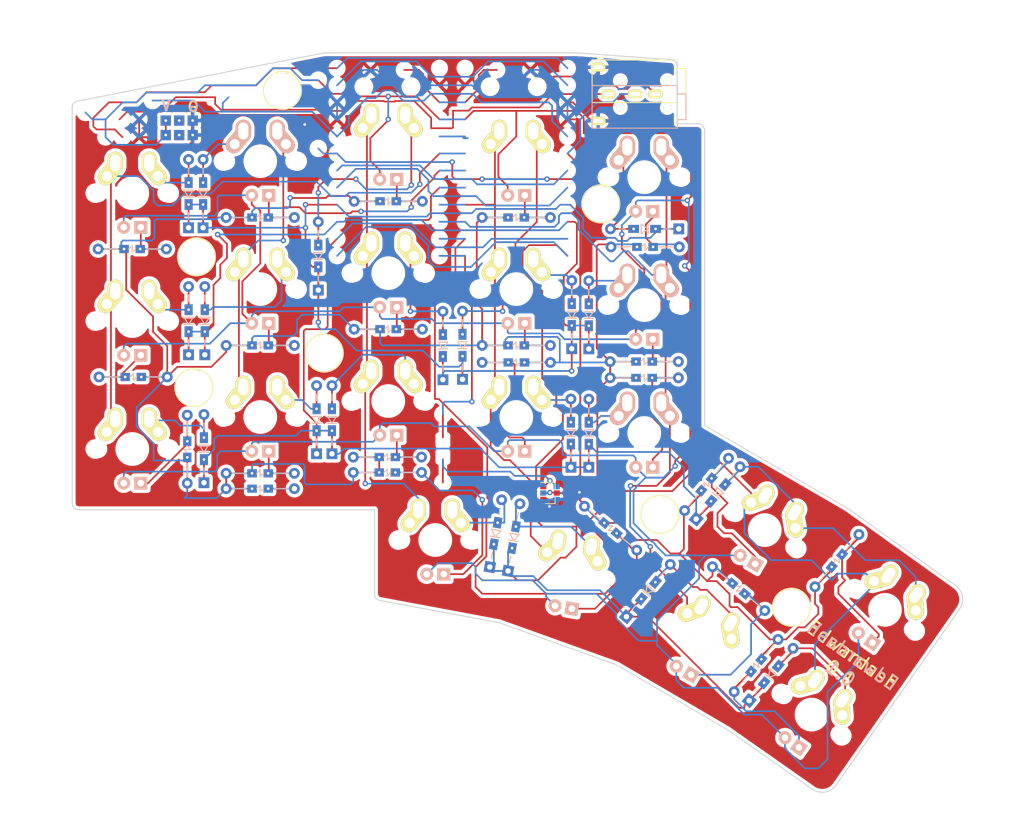
<source format=kicad_pcb>
(kicad_pcb (version 20221018) (generator pcbnew)
  (title_block (title "Edwardash") (date "2023-08-05") (rev "0.1") (company "Edwardash (original by Omkbd)"))
  (layers (0 "F.Cu" signal) (31 "B.Cu" signal) (34 "B.Paste" user) (35 "F.Paste" user) (36 "B.SilkS" user "B.Silkscreen") (37 "F.SilkS" user "F.Silkscreen") (38 "B.Mask" user) (39 "F.Mask" user) (44 "Edge.Cuts" user))
  (net 0 "")
  (net 1 "/row0")
  (net 2 "/row1")
  (net 3 "/row2")
  (net 4 "/row3")
  (net 5 "Net-(D6-Pad2)")
  (net 6 "Net-(D7-Pad2)")
  (net 7 "Net-(D8-Pad2)")
  (net 8 "Net-(D10-Pad2)")
  (net 9 "Net-(D11-Pad2)")
  (net 10 "Net-(D12-Pad2)")
  (net 11 "Net-(D14-Pad2)")
  (net 12 "Net-(D15-Pad2)")
  (net 13 "Net-(D16-Pad2)")
  (net 14 "Net-(D18-Pad2)")
  (net 15 "Net-(D19-Pad2)")
  (net 16 "Net-(D20-Pad2)")
  (net 17 "Net-(D22-Pad2)")
  (net 18 "Net-(D23-Pad2)")
  (net 19 "Net-(D24-Pad2)")
  (net 20 "Net-(D28-Pad2)")
  (net 21 "/xtradata")
  (net 22 "GND")
  (net 23 "/sda/uart")
  (net 24 "VCC")
  (net 25 "/scl")
  (net 26 "/col0")
  (net 27 "/col1")
  (net 28 "/col2")
  (net 29 "/col3")
  (net 30 "/col4")
  (net 31 "/col5")
  (net 32 "/col6")
  (net 33 "/rst")
  (net 34 "/row4")
  (net 35 "Net-(D32-Pad2)")
  (net 36 "Net-(D33-Pad2)")
  (net 37 "Net-(D34-Pad2)")
  (net 38 "/RBG")
  (net 39 "/RX")
  (net 40 "Net-(J4-Pad2)")
  (net 41 "Net-(J5-Pad2)")
  (net 42 "Net-(D43-Pad1)")
  (net 43 "Net-(D44-Pad1)")
  (net 44 "Net-(D45-Pad1)")
  (net 45 "Net-(D46-Pad1)")
  (net 46 "Net-(D47-Pad1)")
  (net 47 "Net-(D50-Pad1)")
  (net 48 "Net-(D51-Pad1)")
  (net 49 "Net-(D52-Pad1)")
  (net 50 "Net-(D53-Pad1)")
  (net 51 "Net-(D54-Pad1)")
  (net 52 "Net-(D57-Pad1)")
  (net 53 "Net-(D58-Pad1)")
  (net 54 "Net-(D59-Pad1)")
  (net 55 "Net-(D60-Pad1)")
  (net 56 "Net-(D61-Pad1)")
  (net 57 "Net-(D62-Pad1)")
  (net 58 "Net-(D65-Pad1)")
  (net 59 "Net-(D66-Pad1)")
  (net 60 "Net-(Q1-Pad1)")
  (net 61 "Net-(Q1-Pad3)")
  (net 62 "/Backlight")
  (net 63 "/Audio")
  (net 64 "Net-(D68-Pad2)")
  (net 65 "Net-(D69-Pad1)")
  (net 66 "Net-(D70-Pad1)")
  (net 67 "Net-(D71-Pad1)")
  (net 68 "Net-(D72-Pad1)")
  (footprint "library:hole" (layer "F.Cu") (at 134.62 100.838)
    (fp_text reference "U1")
    (fp_text value "HOLE")
  )
  (footprint "library:hole" (layer "F.Cu") (at 184.567441 124.867673)
    (fp_text reference "U4")
    (fp_text value "HOLE")
  )
  (footprint "library:hole" (layer "F.Cu") (at 115.59834 86.506566)
    (fp_text reference "U5")
    (fp_text value "HOLE")
  )
  (footprint "library:hole" (layer "F.Cu") (at 115.207141 105.976229)
    (fp_text reference "U7")
    (fp_text value "HOLE")
  )
  (footprint "library:Resistors_SMD_THT" (layer "F.Cu") (at 111.125 85.344 180)
    (fp_text reference "R11" hide)
    (fp_text value "R")
  )
  (footprint "library:Resistors_SMD_THT" (layer "F.Cu") (at 130.175 80.645 180)
    (fp_text reference "R12" hide)
    (fp_text value "R")
  )
  (footprint "library:Resistors_SMD_THT" (layer "F.Cu") (at 149.225 78.232 180)
    (fp_text reference "R15" hide)
    (fp_text value "R")
  )
  (footprint "library:Resistors_SMD_THT" (layer "F.Cu") (at 168.275 80.645 180)
    (fp_text reference "R16" hide)
    (fp_text value "R")
  )
  (footprint "library:Resistors_SMD_THT" (layer "F.Cu") (at 187.458217 85.027192 180)
    (fp_text reference "R17" hide)
    (fp_text value "R")
  )
  (footprint "library:Resistors_SMD_THT" (layer "F.Cu") (at 101.092 104.394)
    (fp_text reference "R20" hide)
    (fp_text value "R")
  )
  (footprint "library:Resistors_SMD_THT" (layer "F.Cu") (at 130.175 99.695 180)
    (fp_text reference "R21" hide)
    (fp_text value "R")
  )
  (footprint "library:Resistors_SMD_THT" (layer "F.Cu") (at 149.225 97.282 180)
    (fp_text reference "R22" hide)
    (fp_text value "R")
  )
  (footprint "library:Resistors_SMD_THT" (layer "F.Cu") (at 168.275 99.695 180)
    (fp_text reference "R23" hide)
    (fp_text value "R")
  )
  (footprint "library:Resistors_SMD_THT" (layer "F.Cu") (at 187.325 102.108 180)
    (fp_text reference "R24" hide)
    (fp_text value "R")
  )
  (footprint "library:Resistors_SMD_THT" (layer "F.Cu") (at 114.230584 110.068374 -90)
    (fp_text reference "R27" hide)
    (fp_text value "R")
  )
  (footprint "library:Resistors_SMD_THT" (layer "F.Cu") (at 130.175 118.745 180)
    (fp_text reference "R28" hide)
    (fp_text value "R")
  )
  (footprint "library:Resistors_SMD_THT" (layer "F.Cu") (at 187.325 104.521 180)
    (fp_text reference "R31" hide)
    (fp_text value "R")
  )
  (footprint "library:Resistors_SMD_THT" (layer "F.Cu") (at 181.127573 130.186872 140)
    (fp_text reference "R32" hide)
    (fp_text value "R")
  )
  (footprint "library:Resistors_SMD_THT" (layer "F.Cu") (at 130.175 121.031 180)
    (fp_text reference "R35" hide)
    (fp_text value "R")
  )
  (footprint "library:Resistors_SMD_THT" (layer "F.Cu") (at 149.098 118.618 180)
    (fp_text reference "R36" hide)
    (fp_text value "R")
  )
  (footprint "library:hole" (layer "F.Cu") (at 128.397 61.722)
    (fp_text reference "U9")
    (fp_text value "HOLE")
  )
  (footprint "library:CHERRY_MX_LED2" (layer "F.Cu") (at 106.045 77.0255)
    (fp_text reference "D43")
    (fp_text value "LED" hide)
  )
  (footprint "library:CHERRY_MX_LED2" (layer "F.Cu") (at 125.095 72.263)
    (fp_text reference "D44")
    (fp_text value "LED" hide)
  )
  (footprint "library:CHERRY_MX_LED2" (layer "F.Cu") (at 144.145 69.88175)
    (fp_text reference "D45")
    (fp_text value "LED" hide)
  )
  (footprint "library:CHERRY_MX_LED2" (layer "F.Cu") (at 163.195 72.263)
    (fp_text reference "D46")
    (fp_text value "LED" hide)
  )
  (footprint "library:CHERRY_MX_LED2" (layer "F.Cu") (at 182.245 74.64425)
    (fp_text reference "D47")
    (fp_text value "LED" hide)
  )
  (footprint "library:CHERRY_MX_LED2" (layer "F.Cu") (at 106.045 96.0755)
    (fp_text reference "D50")
    (fp_text value "LED" hide)
  )
  (footprint "library:CHERRY_MX_LED2" (layer "F.Cu") (at 125.095 91.313)
    (fp_text reference "D51")
    (fp_text value "LED" hide)
  )
  (footprint "library:CHERRY_MX_LED2" (layer "F.Cu") (at 144.145 88.93175)
    (fp_text reference "D52")
    (fp_text value "LED" hide)
  )
  (footprint "library:CHERRY_MX_LED2" (layer "F.Cu") (at 163.195 91.313)
    (fp_text reference "D53")
    (fp_text value "LED" hide)
  )
  (footprint "library:CHERRY_MX_LED2" (layer "F.Cu") (at 182.245 93.69425)
    (fp_text reference "D54")
    (fp_text value "LED" hide)
  )
  (footprint "library:CHERRY_MX_LED2" (layer "F.Cu") (at 106.045 115.1255)
    (fp_text reference "D57")
    (fp_text value "LED" hide)
  )
  (footprint "library:CHERRY_MX_LED2" (layer "F.Cu") (at 125.095 110.363)
    (fp_text reference "D58")
    (fp_text value "LED" hide)
  )
  (footprint "library:CHERRY_MX_LED2" (layer "F.Cu") (at 144.145 107.98175)
    (fp_text reference "D59")
    (fp_text value "LED" hide)
  )
  (footprint "library:CHERRY_MX_LED2" (layer "F.Cu") (at 163.195 110.363)
    (fp_text reference "D60")
    (fp_text value "LED" hide)
  )
  (footprint "library:CHERRY_MX_LED2" (layer "F.Cu") (at 182.245 112.74425)
    (fp_text reference "D61")
    (fp_text value "LED" hide)
  )
  (footprint "library:CHERRY_MX_LED2" (layer "F.Cu") (at 171.101607 133.68 -10)
    (fp_text reference "D62")
    (fp_text value "LED" hide)
  )
  (footprint "library:CHERRY_MX_LED2" (layer "F.Cu") (at 151.14 128.68)
    (fp_text reference "D67")
    (fp_text value "LED" hide)
  )
  (footprint "library:Diode_SMD_THT3" (layer "F.Cu") (at 197.861783 152.586827 50)
    (fp_text reference "D68" hide)
    (fp_text value "D")
  )
  (footprint "library:SOT-23_2" (layer "F.Cu") (at 168.222 121.68)
    (fp_text reference "Q1")
    (fp_text value "IRLML6344TRPbF")
  )
  (footprint "library:MX_ALPS" (layer "F.Cu") (at 106.045 77.0255)
    (fp_text reference "SW6" hide)
    (fp_text value "SW_PUSH" hide)
  )
  (footprint "library:MX_ALPS" (layer "F.Cu") (at 106.045 96.0755)
    (fp_text reference "SW7" hide)
    (fp_text value "SW_PUSH" hide)
  )
  (footprint "library:MX_ALPS" (layer "F.Cu") (at 106.045 115.1255)
    (fp_text reference "SW8" hide)
    (fp_text value "SW_PUSH" hide)
  )
  (footprint "library:MX_ALPS" (layer "F.Cu") (at 125.095 91.313)
    (fp_text reference "SW11" hide)
    (fp_text value "SW_PUSH" hide)
  )
  (footprint "library:MX_ALPS" (layer "F.Cu") (at 125.095 110.363)
    (fp_text reference "SW12" hide)
    (fp_text value "SW_PUSH" hide)
  )
  (footprint "library:MX_ALPS" (layer "F.Cu") (at 144.145 69.88175)
    (fp_text reference "SW14" hide)
    (fp_text value "SW_PUSH" hide)
  )
  (footprint "library:MX_ALPS" (layer "F.Cu") (at 144.145 88.93175)
    (fp_text reference "SW15" hide)
    (fp_text value "SW_PUSH" hide)
  )
  (footprint "library:MX_ALPS" (layer "F.Cu") (at 144.145 107.98175)
    (fp_text reference "SW16" hide)
    (fp_text value "SW_PUSH" hide)
  )
  (footprint "library:MX_ALPS" (layer "F.Cu") (at 163.195 72.263)
    (fp_text reference "SW18" hide)
    (fp_text value "SW_PUSH" hide)
  )
  (footprint "library:MX_ALPS" (layer "F.Cu") (at 163.195 91.313)
    (fp_text reference "SW19" hide)
    (fp_text value "SW_PUSH" hide)
  )
  (footprint "library:MX_ALPS" (layer "F.Cu") (at 163.195 110.363)
    (fp_text reference "SW20" hide)
    (fp_text value "SW_PUSH" hide)
  )
  (footprint "library:MX_ALPS" (layer "F.Cu") (at 200.174409 127.2023 -30)
    (fp_text reference "SW28" hide)
    (fp_text value "SW_PUSH" hide)
  )
  (footprint "library:MX_ALPS" (layer "F.Cu") (at 171.101607 133.68 -10)
    (fp_text reference "SW34" hide)
    (fp_text value "SW_PUSH" hide)
  )
  (footprint "library:MX_ALPS" (layer "F.Cu") (at 190.649409 143.7003 -30)
    (fp_text reference "SW35" hide)
    (fp_text value "SW_PUSH" hide)
  )
  (footprint "library:MX_ALPS" (layer "F.Cu") (at 151.14 128.68)
    (fp_text reference "SW38" hide)
    (fp_text value "SW_PUSH" hide)
  )
  (footprint "library:MX_ALPS" (layer "F.Cu") (at 218.06665 139.074938 -35)
    (fp_text reference "SW39" hide)
    (fp_text value "SW_PUSH" hide)
  )
  (footprint "library:MX_ALPS" (layer "F.Cu") (at 207.14 154.68 -35)
    (fp_text reference "SW41" hide)
    (fp_text value "SW_PUSH" hide)
  )
  (footprint "library:CHERRY_MX_LED2" (layer "F.Cu") (at 200.174409 127.2023 -30)
    (fp_text reference "D69")
    (fp_text value "LED" hide)
  )
  (footprint "library:CHERRY_MX_LED2" (layer "F.Cu") (at 218.06665 139.074938 -35)
    (fp_text reference "D70")
    (fp_text value "LED" hide)
  )
  (footprint "library:CHERRY_MX_LED2" (layer "F.Cu") (at 190.649409 143.7003 -30)
    (fp_text reference "D71")
    (fp_text value "LED" hide)
  )
  (footprint "library:CHERRY_MX_LED2" (layer "F.Cu") (at 207.14 154.68 -35)
    (fp_text reference "D72")
    (fp_text value "LED" hide)
  )
  (footprint "library:Resistors_SMD_THT" (layer "F.Cu") (at 194.785041 116.504139 -130)
    (fp_text reference "R14" hide)
    (fp_text value "R")
  )
  (footprint "library:Resistors_SMD_THT" (layer "F.Cu") (at 214.189562 127.85392 -130)
    (fp_text reference "R37" hide)
    (fp_text value "R")
  )
  (footprint "library:Resistors_SMD_THT" (layer "F.Cu") (at 200.183601 139.186872 140)
    (fp_text reference "R38" hide)
    (fp_text value "R")
  )
  (footprint "library:Resistors_SMD_THT" (layer "F.Cu") (at 195.627586 151.26287 50)
    (fp_text reference "R39" hide)
    (fp_text value "R")
  )
  (footprint "library:Diode_SMD_THT3" (layer "F.Cu") (at 114.427 82.169 90)
    (fp_text reference "D6" hide)
    (fp_text value "D")
  )
  (footprint "library:Diode_SMD_THT3" (layer "F.Cu") (at 114.427 101.092 90)
    (fp_text reference "D7" hide)
    (fp_text value "D")
  )
  (footprint "library:Diode_SMD_THT3" (layer "F.Cu") (at 116.713 120.142 90)
    (fp_text reference "D8" hide)
    (fp_text value "D")
  )
  (footprint "library:Diode_SMD_THT3" (layer "F.Cu") (at 116.586 82.169 90)
    (fp_text reference "D10" hide)
    (fp_text value "D")
  )
  (footprint "library:Diode_SMD_THT3" (layer "F.Cu") (at 155.194 104.754 90)
    (fp_text reference "D18" hide)
    (fp_text value "D")
  )
  (footprint "library:Diode_SMD_THT3" (layer "F.Cu") (at 171.45 100.182 90)
    (fp_text reference "D19" hide)
    (fp_text value "D")
  )
  (footprint "library:Diode_SMD_THT3" (layer "F.Cu") (at 171.323 117.835 90)
    (fp_text reference "D20" hide)
    (fp_text value "D")
  )
  (footprint "library:Diode_SMD_THT3" (layer "F.Cu") (at 187.378155 82.343258 180)
    (fp_text reference "D22" hide)
    (fp_text value "D")
  )
  (footprint "library:Diode_SMD_THT3" (layer "F.Cu") (at 173.99 117.856 90)
    (fp_text reference "D24" hide)
    (fp_text value "D")
  )
  (footprint "library:Diode_SMD_THT3" (layer "F.Cu") (at 189.970286 125.551864 50)
    (fp_text reference "D28" hide)
    (fp_text value "D")
  )
  (footprint "library:Diode_SMD_THT3" (layer "F.Cu") (at 159.254395 132.70252 80)
    (fp_text reference "D32" hide)
    (fp_text value "D")
  )
  (footprint "library:Diode_SMD_THT3" (layer "F.Cu") (at 161.974821 133.28806 80)
    (fp_text reference "D33" hide)
    (fp_text value "D")
  )
  (footprint "library:Diode_SMD_THT3" (layer "F.Cu") (at 179.59 140.09673 50)
    (fp_text reference "D34" hide)
    (fp_text value "D")
  )
  (footprint "library:Resistors_SMD_THT" (layer "F.Cu") (at 158.115 102.235)
    (fp_text reference "R30" hide)
    (fp_text value "R")
  )
  (footprint "library:jumper2" (layer "F.Cu") (at 113.03 68.199)
    (fp_text reference "J4")
    (fp_text value "GS3")
  )
  (footprint "library:jumper2" (layer "F.Cu") (at 113.03 70.358)
    (fp_text reference "J5")
    (fp_text value "GS3")
  )
  (footprint "library:Diode_SMD_THT3" (layer "F.Cu") (at 152.273 104.796 90)
    (fp_text reference "D15" hide)
    (fp_text value "D")
  )
  (footprint "library:Diode_SMD_THT3" (layer "F.Cu") (at 135.763 115.845 90)
    (fp_text reference "D16" hide)
    (fp_text value "D")
  )
  (footprint "library:Diode_SMD_THT3" (layer "F.Cu") (at 173.99 100.224 90)
    (fp_text reference "D23" hide)
    (fp_text value "D")
  )
  (footprint "library:trrs_jack" (layer "F.Cu") (at 187.182981 62.266219 180)
    (fp_text reference "J1" hide)
    (fp_text value "5PIN")
  )
  (footprint "library:Diode_SMD_THT3" (layer "F.Cu") (at 133.477 115.845 90)
    (fp_text reference "D12" hide)
    (fp_text value "D")
  )
  (footprint "library:Diode_SMD_THT3" (layer "F.Cu") (at 133.731 91.461 90)
    (fp_text reference "D14" hide)
    (fp_text value "D")
  )
  (footprint "library:Diode_SMD_THT3" (layer "F.Cu") (at 116.84 101.092 90)
    (fp_text reference "D11" hide)
    (fp_text value "D")
  )
  (footprint "library:Resistors_SMD_THT" (layer "F.Cu") (at 149.098 116.332 180)
    (fp_text reference "R29" hide)
    (fp_text value "R")
  )
  (footprint "library:hole" (layer "F.Cu") (at 175.778893 78.619815)
    (fp_text reference "U9")
    (fp_text value "HOLE")
  )
  (footprint "library:hole" (layer "F.Cu") (at 204.14 138.68)
    (fp_text reference "U4")
    (fp_text value "HOLE")
  )
  (footprint "library:MX_ALPS" (layer "B.Cu") (at 125.095 72.263 180)
    (fp_text reference "SW10" hide)
    (fp_text value "SW_PUSH" hide)
  )
  (footprint "library:MX_ALPS" (layer "B.Cu") (at 182.245 74.64425 180)
    (fp_text reference "SW22" hide)
    (fp_text value "SW_PUSH" hide)
  )
  (footprint "library:MX_ALPS" (layer "B.Cu") (at 182.245 93.69425 180)
    (fp_text reference "SW23" hide)
    (fp_text value "SW_PUSH" hide)
  )
  (footprint "library:MX_ALPS" (layer "B.Cu") (at 182.245 112.74425 180)
    (fp_text reference "SW24" hide)
    (fp_text value "SW_PUSH" hide)
  )
  (gr_line (start 172.212 56.134) (end 186.138758 57.147312) (stroke (width 0.15)) (layer "Edge.Cuts"))
  (gr_arc (start 97.107497 64.236996) (mid 97.286675 63.669732) (end 97.778275 63.334734) (stroke (width 0.15)) (layer "Edge.Cuts"))
  (gr_line (start 160.648562 140.991451) (end 178.134662 147.266368) (stroke (width 0.15)) (layer "Edge.Cuts"))
  (gr_line (start 142.107497 124.181114) (end 142.107497 136.717641) (stroke (width 0.15)) (layer "Edge.Cuts"))
  (gr_line (start 134.62 56.134) (end 163.576 56.134) (stroke (width 0.15)) (layer "Edge.Cuts"))
  (gr_line (start 187.138758 58.147312) (end 187.14 66.68) (stroke (width 0.15)) (layer "Edge.Cuts"))
  (gr_arc (start 228.548016 135.428886) (mid 229.592545 137.068467) (end 229.171779 138.966419) (stroke (width 0.15)) (layer "Edge.Cuts"))
  (gr_line (start 134.62 56.134) (end 97.778275 63.334734) (stroke (width 0.15)) (layer "Edge.Cuts"))
  (gr_line (start 228.548016 135.428886) (end 212.431811 123.905087) (stroke (width 0.15)) (layer "Edge.Cuts"))
  (gr_line (start 191.23543 111.62) (end 191.23543 67.67104) (stroke (width 0.15)) (layer "Edge.Cuts"))
  (gr_line (start 142.995151 137.695884) (end 160.648562 140.991451) (stroke (width 0.15)) (layer "Edge.Cuts"))
  (gr_line (start 187.14 66.68) (end 190.14 66.68) (stroke (width 0.15)) (layer "Edge.Cuts"))
  (gr_line (start 207.087102 165.660495) (end 194.63179 156.922229) (stroke (width 0.15)) (layer "Edge.Cuts"))
  (gr_arc (start 142.995151 137.695884) (mid 142.362599 137.378011) (end 142.107497 136.717641) (stroke (width 0.15)) (layer "Edge.Cuts"))
  (gr_line (start 212.431811 123.905087) (end 191.23543 111.62) (stroke (width 0.15)) (layer "Edge.Cuts"))
  (gr_line (start 194.63179 156.922229) (end 178.134662 147.266368) (stroke (width 0.15)) (layer "Edge.Cuts"))
  (gr_line (start 97.107497 64.236996) (end 97.107497 123.181114) (stroke (width 0.15)) (layer "Edge.Cuts"))
  (gr_line (start 210.665539 165.347422) (end 229.171779 138.966419) (stroke (width 0.15)) (layer "Edge.Cuts"))
  (gr_arc (start 210.665539 165.347422) (mid 208.94116 166.245077) (end 207.087102 165.660495) (stroke (width 0.15)) (layer "Edge.Cuts"))
  (gr_arc (start 98.107497 124.181114) (mid 97.40039 123.888221) (end 97.107497 123.181114) (stroke (width 0.15)) (layer "Edge.Cuts"))
  (gr_line (start 98.107497 124.181114) (end 142.107497 124.181114) (stroke (width 0.15)) (layer "Edge.Cuts"))
  (gr_line (start 163.576 56.134) (end 172.212 56.134) (stroke (width 0.15)) (layer "Edge.Cuts"))
  (gr_arc (start 190.14 66.68) (mid 190.878601 66.964527) (end 191.23543 67.67104) (stroke (width 0.15)) (layer "Edge.Cuts"))
  (gr_arc (start 186.138758 57.147312) (mid 186.84588 57.440202) (end 187.138758 58.147312) (stroke (width 0.15)) (layer "Edge.Cuts"))
  (gr_text "G" (at 115.179751 64.136429) (layer "B.SilkS") (effects (font (size 1.5 1.5) (thickness 0.3)) (justify mirror)))
  (gr_text "Edwardash\n0.1" (at 212.321665 147.192826 -35) (layer "B.SilkS") (effects (font (size 2 2) (thickness 0.3)) (justify mirror)))
  (gr_text "V" (at 111.096238 64.016626) (layer "B.SilkS") (effects (font (size 1.5 1.5) (thickness 0.3)) (justify mirror)))
  (gr_text "V" (at 111.093487 64.008681) (layer "F.SilkS") (effects (font (size 1.5 1.5) (thickness 0.3))))
  (gr_text "Edwardash\n0.1" (at 212.321665 147.192826 -35) (layer "F.SilkS") (effects (font (size 2 2) (thickness 0.3))))
  (gr_text "G" (at 115.052751 64.136429) (layer "F.SilkS") (effects (font (size 1.5 1.5) (thickness 0.3))))
  (segment (start 168.763999 75.711001) (end 170.815 73.66) (width 0.254) (layer "B.Cu") (net 1))
  (segment (start 148.844001 72.898001) (end 137.286999 72.898001) (width 0.254) (layer "B.Cu") (net 1))
  (segment (start 156.591 74.93) (end 157.372001 75.711001) (width 0.254) (layer "B.Cu") (net 1))
  (segment (start 137.286999 72.898001) (end 136.525 73.66) (width 0.254) (layer "B.Cu") (net 1))
  (segment (start 150.876 74.93) (end 156.591 74.93) (width 0.254) (layer "B.Cu") (net 1))
  (segment (start 157.372001 75.711001) (end 168.763999 75.711001) (width 0.254) (layer "B.Cu") (net 1))
  (segment (start 150.876 74.93) (end 148.844001 72.898001) (width 0.254) (layer "B.Cu") (net 1))
  (segment (start 133.731 88.011) (end 133.731 91.461) (width 0.254) (layer "F.Cu") (net 2))
  (segment (start 131.826 82.169) (end 131.826 86.96) (width 0.254) (layer "F.Cu") (net 2))
  (segment (start 114.427 82.169) (end 114.427 78.719) (width 0.254) (layer "F.Cu") (net 2))
  (segment (start 133.731 96.247) (end 133.731 91.461) (width 0.254) (layer "F.Cu") (net 2))
  (segment (start 155.194 104.754) (end 155.194 101.304) (width 0.254) (layer "F.Cu") (net 2))
  (segment (start 131.826 86.96) (end 132.877 88.011) (width 0.254) (layer "F.Cu") (net 2))
  (segment (start 116.586 82.169) (end 116.586 78.719) (width 0.254) (layer "F.Cu") (net 2))
  (segment (start 131.826 78.74) (end 136.525 78.74) (width 0.254) (layer "F.Cu") (net 2))
  (segment (start 132.877 88.011) (end 133.731 88.011) (width 0.254) (layer "F.Cu") (net 2))
  (via (at 133.731 96.247) (size 0.8) (drill 0.4) (layers "F.Cu" "B.Cu") (net 2))
  (via (at 131.826 78.74) (size 0.8) (drill 0.4) (layers "F.Cu" "B.Cu") (net 2))
  (via (at 131.826 82.169) (size 0.8) (drill 0.4) (layers "F.Cu" "B.Cu") (net 2))
  (segment (start 169.10237 79.375) (end 169.73737 78.74) (width 0.254) (layer "B.Cu") (net 2))
  (segment (start 171.2 78.74) (end 173.14 80.68) (width 0.254) (layer "B.Cu") (net 2))
  (segment (start 136.525 78.74) (end 138.30298 80.51798) (width 0.254) (layer "B.Cu") (net 2))
  (segment (start 178.3558 84.133994) (end 179.686006 84.133994) (width 0.254) (layer "B.Cu") (net 2))
  (segment (start 116.586 82.169) (end 131.826 82.169) (width 0.254) (layer "B.Cu") (net 2))
  (segment (start 177.901806 83.68) (end 178.3558 84.133994) (width 0.254) (layer "B.Cu") (net 2))
  (segment (start 155.194 102.358) (end 155.194 101.304) (width 0.254) (layer "B.Cu") (net 2))
  (segment (start 138.30298 80.51798) (end 149.86002 80.51798) (width 0.254) (layer "B.Cu") (net 2))
  (segment (start 170.815 78.74) (end 171.2 78.74) (width 0.254) (layer "B.Cu") (net 2))
  (segment (start 150.368 80.01) (end 156.591 80.01) (width 0.254) (layer "B.Cu") (net 2))
  (segment (start 133.731 96.247) (end 133.731 96.901) (width 0.254) (layer "B.Cu") (net 2))
  (segment (start 173.14 82.40916) (end 174.41084 83.68) (width 0.254) (layer "B.Cu") (net 2))
  (segment (start 114.427 78.719) (end 116.586 78.719) (width 0.254) (layer "B.Cu") (net 2))
  (segment (start 183.928155 82.891845) (end 183.928155 82.343258) (width 0.254) (layer "B.Cu") (net 2))
  (segment (start 139.446 100.457) (end 149.298198 100.457) (width 0.254) (layer "B.Cu") (net 2))
  (segment (start 157.226 79.375) (end 169.10237 79.375) (width 0.254) (layer "B.Cu") (net 2))
  (segment (start 151.711198 102.87) (end 154.682 102.87) (width 0.254) (layer "B.Cu") (net 2))
  (segment (start 169.73737 78.74) (end 170.815 78.74) (width 0.254) (layer "B.Cu") (net 2))
  (segment (start 136.271 97.282) (end 139.446 100.457) (width 0.254) (layer "B.Cu") (net 2))
  (segment (start 179.686006 84.133994) (end 180.14 83.68) (width 0.254) (layer "B.Cu") (net 2))
  (segment (start 149.86002 80.51798) (end 150.368 80.01) (width 0.254) (layer "B.Cu") (net 2))
  (segment (start 134.112 97.282) (end 136.271 97.282) (width 0.254) (layer "B.Cu") (net 2))
  (segment (start 183.14 83.68) (end 183.928155 82.891845) (width 0.254) (layer "B.Cu") (net 2))
  (segment (start 173.14 80.68) (end 173.14 82.40916) (width 0.254) (layer "B.Cu") (net 2))
  (segment (start 180.14 83.68) (end 183.14 83.68) (width 0.254) (layer "B.Cu") (net 2))
  (segment (start 174.41084 83.68) (end 177.901806 83.68) (width 0.254) (layer "B.Cu") (net 2))
  (segment (start 187.378155 82.343258) (end 183.928155 82.343258) (width 0.254) (layer "B.Cu") (net 2))
  (segment (start 133.731 96.901) (end 134.112 97.282) (width 0.254) (layer "B.Cu") (net 2))
  (segment (start 154.682 102.87) (end 155.194 102.358) (width 0.254) (layer "B.Cu") (net 2))
  (segment (start 131.826 78.74) (end 131.826 82.169) (width 0.254) (layer "B.Cu") (net 2))
  (segment (start 149.298198 100.457) (end 151.711198 102.87) (width 0.254) (layer "B.Cu") (net 2))
  (segment (start 156.591 80.01) (end 157.226 79.375) (width 0.254) (layer "B.Cu") (net 2))
  (segment (start 118.14 96.68) (end 117.178 97.642) (width 0.254) (layer "F.Cu") (net 3))
  (segment (start 120.14 84.58) (end 120.14 86.68) (width 0.254) (layer "F.Cu") (net 3))
  (segment (start 116.84 97.642) (end 116.84 101.092) (width 0.254) (layer "F.Cu") (net 3))
  (segment (start 118.745 83.185) (end 120.14 84.58) (width 0.254) (layer "F.Cu") (net 3))
  (segment (start 170.815 81.28) (end 171.89263 81.28) (width 0.254) (layer "F.Cu") (net 3))
  (segment (start 119.14 89.68) (end 118.14 90.68) (width 0.254) (layer "F.Cu") (net 3))
  (segment (start 171.89263 81.28) (end 172.212 81.59937) (width 0.254) (layer "F.Cu") (net 3))
  (segment (start 171.45 96.732) (end 171.45 100.182) (width 0.254) (layer "F.Cu") (net 3))
  (segment (start 119.14 87.68) (end 119.14 89.68) (width 0.254) (layer "F.Cu") (net 3))
  (segment (start 117.178 97.642) (end 116.84 97.642) (width 0.254) (layer "F.Cu") (net 3))
  (segment (start 171.45 103.505) (end 171.45 100.182) (width 0.254) (layer "F.Cu") (net 3))
  (segment (start 170.678882 89.036118) (end 170.268999 89.446001) (width 0.254) (layer "F.Cu") (net 3))
  (segment (start 118.14 90.68) (end 118.14 96.68) (width 0.254) (layer "F.Cu") (net 3))
  (segment (start 114.427 97.642) (end 114.427 101.092) (width 0.254) (layer "F.Cu") (net 3))
  (segment (start 118.11 96.372) (end 116.84 97.642) (width 0.254) (layer "F.Cu") (net 3))
  (segment (start 172.212 81.59937) (end 172.212 87.512118) (width 0.254) (layer "F.Cu") (net 3))
  (segment (start 172.212 87.512118) (end 170.688 89.036118) (width 0.254) (layer "F.Cu") (net 3))
  (segment (start 152.273 101.346) (end 152.273 104.796) (width 0.254) (layer "F.Cu") (net 3))
  (segment (start 170.268999 89.446001) (end 170.268999 96.404999) (width 0.254) (layer "F.Cu") (net 3))
  (segment (start 173.99 96.774) (end 173.99 100.224) (width 0.254) (layer "F.Cu") (net 3))
  (segment (start 170.688 89.036118) (end 170.678882 89.036118) (width 0.254) (layer "F.Cu") (net 3))
  (segment (start 170.596 96.732) (end 171.45 96.732) (width 0.254) (layer "F.Cu") (net 3))
  (segment (start 170.268999 96.404999) (end 170.596 96.732) (width 0.254) (layer "F.Cu") (net 3))
  (segment (start 120.14 86.68) (end 119.14 87.68) (width 0.254) (layer "F.Cu") (net 3))
  (via (at 171.45 103.505) (size 0.8) (drill 0.4) (layers "F.Cu" "B.Cu") (net 3))
  (via (at 118.745 83.185) (size 0.8) (drill 0.4) (layers "F.Cu" "B.Cu") (net 3))
  (segment (start 170.815 81.28) (end 169.545 82.55) (width 0.254) (layer "B.Cu") (net 3))
  (segment (start 152.273 104.796) (end 152.273 103.742) (width 0.254) (layer "B.Cu") (net 3))
  (segment (start 150.622 82.55) (end 149.09799 81.02599) (width 0.254) (layer "B.Cu") (net 3))
  (segment (start 152.273 103.742) (end 152.51 103.505) (width 0.254) (layer "B.Cu") (net 3))
  (segment (start 118.745 83.185) (end 134.62 83.185) (width 0.254) (layer "B.Cu") (net 3))
  (segment (start 171.45 96.732) (end 173.948 96.732) (width 0.254) (layer "B.Cu") (net 3))
  (segment (start 152.51 103.505) (end 171.45 103.505) (width 0.254) (layer "B.Cu") (net 3))
  (segment (start 149.09799 81.02599) (end 137.85664 81.02599) (width 0.254) (layer "B.Cu") (net 3))
  (segment (start 137.60263 81.28) (end 136.525 81.28) (width 0.254) (layer "B.Cu") (net 3))
  (segment (start 134.62 83.185) (end 136.525 81.28) (width 0.254) (layer "B.Cu") (net 3))
  (segment (start 114.427 97.642) (end 116.84 97.642) (width 0.254) (layer "B.Cu") (net 3))
  (segment (start 169.545 82.55) (end 150.622 82.55) (width 0.254) (layer "B.Cu") (net 3))
  (segment (start 173.948 96.732) (end 173.99 96.774) (width 0.254) (layer "B.Cu") (net 3))
  (segment (start 137.85664 81.02599) (end 137.60263 81.28) (width 0.254) (layer "B.Cu") (net 3))
  (segment (start 135.128 96.901) (end 134.747 97.282) (width 0.254) (layer "F.Cu") (net 4))
  (segment (start 135.763 112.395) (end 135.763 115.845) (width 0.254) (layer "F.Cu") (net 4))
  (segment (start 171.323 114.385) (end 171.323 117.835) (width 0.254) (layer "F.Cu") (net 4))
  (segment (start 192.187903 123.334247) (end 192.187903 122.909011) (width 0.254) (layer "F.Cu") (net 4))
  (segment (start 135.128 85.217) (end 135.128 96.901) (width 0.254) (layer "F.Cu") (net 4))
  (segment (start 133.477 112.395) (end 133.477 115.845) (width 0.254) (layer "F.Cu") (net 4))
  (segment (start 116.713 120.142) (end 116.713 116.692) (width 0.254) (layer "F.Cu") (net 4))
  (segment (start 131.572 109.370118) (end 133.477 111.275118) (width 0.254) (layer "F.Cu") (net 4))
  (segment (start 131.826 97.282) (end 131.572 97.536) (width 0.254) (layer "F.Cu") (net 4))
  (segment (start 173.99 117.856) (end 173.99 114.406) (width 0.254) (layer "F.Cu") (net 4))
  (segment (start 136.525 83.82) (end 135.128 85.217) (width 0.254) (layer "F.Cu") (net 4))
  (segment (start 131.572 97.536) (end 131.572 109.370118) (width 0.254) (layer "F.Cu") (net 4))
  (segment (start 189.970286 125.551864) (end 192.187903 123.334247) (width 0.254) (layer "F.Cu") (net 4))
  (segment (start 134.747 97.282) (end 131.826 97.282) (width 0.254) (layer "F.Cu") (net 4))
  (segment (start 133.477 111.275118) (end 133.477 112.395) (width 0.254) (layer "F.Cu") (net 4))
  (segment (start 118.237 115.168) (end 116.713 116.692) (width 0.254) (layer "B.Cu") (net 4))
  (segment (start 118.745 113.157) (end 118.237 113.665) (width 0.254) (layer "B.Cu") (net 4))
  (segment (start 118.237 113.665) (end 118.237 115.168) (width 0.254) (layer "B.Cu") (net 4))
  (segment (start 136.817 115.845) (end 135.763 115.845) (width 0.254) (layer "B.Cu") (net 4))
  (segment (start 137.6 115.062) (end 157.861 115.062) (width 0.254) (layer "B.Cu") (net 4))
  (segment (start 159.512 83.82) (end 158.242 85.09) (width 0.254) (layer "B.Cu") (net 4))
  (segment (start 170.815 83.82) (end 159.512 83.82) (width 0.254) (layer "B.Cu") (net 4))
  (segment (start 188.14 117.857016) (end 188.14 120.68) (width 0.254) (layer "B.Cu") (net 4))
  (segment (start 133.477 112.395) (end 135.763 112.395) (width 0.254) (layer "B.Cu") (net 4))
  (segment (start 188.14 120.68) (end 189.970286 122.510286) (width 0.254) (layer "B.Cu") (net 4))
  (segment (start 147.574 81.534) (end 138.811 81.534) (width 0.254) (layer "B.Cu") (net 4))
  (segment (start 158.242 85.09) (end 151.13 85.09) (width 0.254) (layer "B.Cu") (net 4))
  (segment (start 173.99 114.406) (end 175.154 115.57) (width 0.254) (layer "B.Cu") (net 4))
  (segment (start 175.154 115.57) (end 185.852984 115.57) (width 0.254) (layer "B.Cu") (net 4))
  (segment (start 171.323 117.835) (end 173.969 117.835) (width 0.254) (layer "B.Cu") (net 4))
  (segment (start 171.577 117.856) (end 160.655 117.856) (width 0.254) (layer "B.Cu") (net 4))
  (segment (start 118.745 113.157) (end 130.429 113.157) (width 0.254) (layer "B.Cu") (net 4))
  (segment (start 133.477 112.395) (end 131.191 112.395) (width 0.254) (layer "B.Cu") (net 4))
  (segment (start 189.970286 122.510286) (end 189.970286 125.551864) (width 0.254) (layer "B.Cu") (net 4))
  (segment (start 137.6 115.062) (end 136.817 115.845) (width 0.254) (layer "B.Cu") (net 4))
  (segment (start 185.852984 115.57) (end 188.14 117.857016) (width 0.254) (layer "B.Cu") (net 4))
  (segment (start 138.811 81.534) (end 136.525 83.82) (width 0.254) (layer "B.Cu") (net 4))
  (segment (start 131.191 112.395) (end 130.429 113.157) (width 0.254) (layer "B.Cu") (net 4))
  (segment (start 173.969 117.835) (end 173.99 117.856) (width 0.254) (layer "B.Cu") (net 4))
  (segment (start 151.13 85.09) (end 147.574 81.534) (width 0.254) (layer "B.Cu") (net 4))
  (segment (start 160.655 117.856) (end 157.861 115.062) (width 0.254) (layer "B.Cu") (net 4))
  (segment (start 114.427 72.009) (end 114.427 75.459) (width 0.254) (layer "F.Cu") (net 5))
  (segment (start 110.8285 75.459) (end 109.855 74.4855) (width 0.254) (layer "B.Cu") (net 5))
  (segment (start 114.427 75.459) (end 110.8285 75.459) (width 0.254) (layer "B.Cu") (net 5))
  (segment (start 114.427 90.932) (end 114.427 94.382) (width 0.254) (layer "F.Cu") (net 6))
  (segment (start 110.7015 94.382) (end 109.855 93.5355) (width 0.254) (layer "B.Cu") (net 6))
  (segment (start 114.427 94.382) (end 110.7015 94.382) (width 0.254) (layer "B.Cu") (net 6))
  (segment (start 116.713 113.432) (end 116.713 109.982) (width 0.254) (layer "F.Cu") (net 7))
  (segment (start 108.8105 110.871) (end 109.855 111.9155) (width 0.254) (layer "B.Cu") (net 7))
  (segment (start 109.855 111.9155) (end 109.855 112.5855) (width 0.254) (layer "B.Cu") (net 7))
  (segment (start 112.395 110.871) (end 113.157 111.633) (width 0.254) (layer "B.Cu") (net 7))
  (segment (start 113.157 111.633) (end 116.205 111.633) (width 0.254) (layer "B.Cu") (net 7))
  (segment (start 116.205 111.633) (end 116.713 112.141) (width 0.254) (layer "B.Cu") (net 7))
  (segment (start 116.713 112.141) (end 116.713 113.432) (width 0.254) (layer "B.Cu") (net 7))
  (segment (start 108.8105 110.871) (end 112.395 110.871) (width 0.254) (layer "B.Cu") (net 7))
  (segment (start 116.586 72.009) (end 116.586 75.459) (width 0.254) (layer "F.Cu") (net 8))
  (segment (start 118.872 69.723) (end 116.586 72.009) (width 0.254) (layer "B.Cu") (net 8))
  (segment (start 121.285 69.723) (end 118.872 69.723) (width 0.254) (layer "B.Cu") (net 8))
  (segment (start 116.84 90.932) (end 116.84 94.382) (width 0.254) (layer "F.Cu") (net 9))
  (segment (start 128.27 92.964) (end 128.27 89.408) (width 0.254) (layer "B.Cu") (net 9))
  (segment (start 118.096 93.98) (end 127.254 93.98) (width 0.254) (layer "B.Cu") (net 9))
  (segment (start 128.27 89.408) (end 128.905 88.773) (width 0.254) (layer "B.Cu") (net 9))
  (segment (start 117.694 94.382) (end 118.096 93.98) (width 0.254) (layer "B.Cu") (net 9))
  (segment (start 127.254 93.98) (end 128.27 92.964) (width 0.254) (layer "B.Cu") (net 9))
  (segment (start 116.84 94.382) (end 117.694 94.382) (width 0.254) (layer "B.Cu") (net 9))
  (segment (start 133.477 109.135) (end 133.477 105.685) (width 0.254) (layer "F.Cu") (net 10))
  (segment (start 127.691 105.939) (end 127.615 105.863) (width 0.254) (layer "B.Cu") (net 10))
  (segment (start 127.615 105.863) (end 128.905 107.823) (width 0.254) (layer "B.Cu") (net 10))
  (segment (start 128.905 107.823) (end 131.311 107.823) (width 0.254) (layer "B.Cu") (net 10))
  (segment (start 132.623 109.135) (end 133.477 109.135) (width 0.254) (layer "B.Cu") (net 10))
  (segment (start 131.311 107.823) (end 132.623 109.135) (width 0.254) (layer "B.Cu") (net 10))
  (segment (start 147.574 75.819) (end 147.574 67.564) (width 0.254) (layer "F.Cu") (net 11))
  (segment (start 134.874 74.93) (end 139.319 74.93) (width 0.254) (layer "F.Cu") (net 11))
  (segment (start 147.574 67.564) (end 147.79625 67.34175) (width 0.254) (layer "F.Cu") (net 11))
  (segment (start 133.731 76.073) (end 134.874 74.93) (width 0.254) (layer "F.Cu") (net 11))
  (segment (start 133.731 81.301) (end 133.731 84.751) (width 0.254) (layer "F.Cu") (net 11))
  (segment (start 147.79625 67.34175) (end 147.955 67.34175) (width 0.254) (layer "F.Cu") (net 11))
  (segment (start 133.731 76.962) (end 133.731 76.073) (width 0.254) (layer "F.Cu") (net 11))
  (via (at 147.574 75.819) (size 0.8) (drill 0.4) (layers "F.Cu" "B.Cu") (net 11))
  (via (at 133.731 76.962) (size 0.8) (drill 0.4) (layers "F.Cu" "B.Cu") (net 11))
  (via (at 139.319 74.93) (size 0.8) (drill 0.4) (layers "F.Cu" "B.Cu") (net 11))
  (segment (start 133.731 76.962) (end 133.731 81.301) (width 0.254) (layer "B.Cu") (net 11))
  (segment (start 147.574 75.819) (end 146.939 76.454) (width 0.254) (layer "B.Cu") (net 11))
  (segment (start 146.939 76.454) (end 140.843 76.454) (width 0.254) (layer "B.Cu") (net 11))
  (segment (start 140.843 76.454) (end 139.319 74.93) (width 0.254) (layer "B.Cu") (net 11))
  (segment (start 152.273 94.636) (end 152.273 98.086) (width 0.254) (layer "F.Cu") (net 12))
  (segment (start 147.447 94.615) (end 147.447 85.21375) (width 0.254) (layer "F.Cu") (net 12))
  (segment (start 147.447 85.21375) (end 146.665 84.43175) (width 0.254) (layer "F.Cu") (net 12))
  (via (at 147.447 94.615) (size 0.8) (drill 0.4) (layers "F.Cu" "B.Cu") (net 12))
  (segment (start 152.654 94.636) (end 147.468 94.636) (width 0.254) (layer "B.Cu") (net 12))
  (segment (start 147.447 94.615) (end 152.252 94.615) (width 0.254) (layer "B.Cu") (net 12))
  (segment (start 152.252 94.615) (end 152.273 94.636) (width 0.254) (layer "B.Cu") (net 12))
  (segment (start 147.468 94.636) (end 147.447 94.615) (width 0.254) (layer "B.Cu") (net 12))
  (segment (start 135.763 105.685) (end 135.763 109.135) (width 0.254) (layer "F.Cu") (net 13))
  (segment (start 135.763 105.685) (end 140.356 101.092) (width 0.254) (layer "B.Cu") (net 13))
  (segment (start 140.356 101.092) (end 146.304 101.092) (width 0.254) (layer "B.Cu") (net 13))
  (segment (start 146.665 101.453) (end 146.665 103.48175) (width 0.254) (layer "B.Cu") (net 13))
  (segment (start 146.304 101.092) (end 146.665 101.453) (width 0.254) (layer "B.Cu") (net 13))
  (segment (start 163.068 84.487802) (end 163.068 87.662118) (width 0.254) (layer "F.Cu") (net 14))
  (segment (start 167.005 69.723) (end 166.243 70.485) (width 0.254) (layer "F.Cu") (net 14))
  (segment (start 163.068 87.662118) (end 160.813999 89.916119) (width 0.254) (layer "F.Cu") (net 14))
  (segment (start 160.813999 89.916119) (end 160.781881 89.916119) (width 0.254) (layer "F.Cu") (net 14))
  (segment (start 166.243 70.485) (end 166.243 81.312802) (width 0.254) (layer "F.Cu") (net 14))
  (segment (start 166.243 81.312802) (end 163.068 84.487802) (width 0.254) (layer "F.Cu") (net 14))
  (segment (start 160.52801 90.16999) (end 160.52801 92.83701) (width 0.254) (layer "F.Cu") (net 14))
  (segment (start 160.52801 92.83701) (end 161.163 93.472) (width 0.254) (layer "F.Cu") (net 14))
  (segment (start 155.194 98.044) (end 155.194 94.594) (width 0.254) (layer "F.Cu") (net 14))
  (segment (start 161.163 93.472) (end 161.163 94.615) (width 0.254) (layer "F.Cu") (net 14))
  (segment (start 160.781881 89.916119) (end 160.52801 90.16999) (width 0.254) (layer "F.Cu") (net 14))
  (via (at 161.163 94.615) (size 0.8) (drill 0.4) (layers "F.Cu" "B.Cu") (net 14))
  (segment (start 161.142 94.594) (end 161.163 94.615) (width 0.254) (layer "B.Cu") (net 14))
  (segment (start 155.194 94.594) (end 161.142 94.594) (width 0.254) (layer "B.Cu") (net 14))
  (segment (start 171.45 90.022) (end 171.45 93.329566) (width 0.254) (layer "F.Cu") (net 15))
  (segment (start 171.45 90.022) (end 170.650001 89.222001) (width 0.254) (layer "B.Cu") (net 15))
  (segment (start 167.454001 89.222001) (end 167.005 88.773) (width 0.254) (layer "B.Cu") (net 15))
  (segment (start 170.650001 89.222001) (end 167.454001 89.222001) (width 0.254) (layer "B.Cu") (net 15))
  (segment (start 171.323 107.675) (end 171.323 111.125) (width 0.254) (layer "F.Cu") (net 16))
  (segment (start 167.005 107.823) (end 171.45 107.823) (width 0.254) (layer "B.Cu") (net 16))
  (segment (start 178.435 72.10425) (end 179.14 72.80925) (width 0.254) (layer "F.Cu") (net 17))
  (segment (start 179.14 80.421413) (end 177.218155 82.343258) (width 0.254) (layer "F.Cu") (net 17))
  (segment (start 180.668155 82.343258) (end 177.218155 82.343258) (width 0.254) (layer "F.Cu") (net 17))
  (segment (start 179.14 72.80925) (end 179.14 80.421413) (width 0.254) (layer "F.Cu") (net 17))
  (segment (start 173.99 90.064) (end 173.99 93.514) (width 0.254) (layer "F.Cu") (net 18))
  (segment (start 173.99 90.064) (end 178.85525 90.064) (width 0.254) (layer "B.Cu") (net 18))
  (segment (start 178.85525 90.064) (end 179.725 89.19425) (width 0.254) (layer "B.Cu") (net 18))
  (segment (start 173.99 111.146) (end 173.99 107.696) (width 0.254) (layer "F.Cu") (net 19))
  (segment (start 175.78575 110.20425) (end 178.435 110.20425) (width 0.254) (layer "B.Cu") (net 19))
  (segment (start 173.99 111.146) (end 174.844 111.146) (width 0.254) (layer "B.Cu") (net 19))
  (segment (start 174.844 111.146) (end 175.78575 110.20425) (width 0.254) (layer "B.Cu") (net 19))
  (segment (start 223.198246 139.591769) (end 222.332623 137.410853) (width 0.254) (layer "B.Cu") (net 20))
  (segment (start 210.367595 126.907595) (end 215.14 131.68) (width 0.254) (layer "B.Cu") (net 20))
  (segment (start 196.501008 117.768852) (end 199.228852 117.768852) (width 0.254) (layer "B.Cu") (net 20))
  (segment (start 204.606793 123.146793) (end 204.606793 124.565186) (width 0.254) (layer "B.Cu") (net 20))
  (segment (start 194.283391 120.411706) (end 196.501008 118.194089) (width 0.254) (layer "B.Cu") (net 20))
  (segment (start 215.14 131.68) (end 220.14 131.68) (width 0.254) (layer "B.Cu") (net 20))
  (segment (start 199.228852 117.768852) (end 204.606793 123.146793) (width 0.254) (layer "B.Cu") (net 20))
  (segment (start 220.14 131.68) (end 222.644504 134.184504) (width 0.254) (layer "B.Cu") (net 20))
  (segment (start 222.644504 134.184504) (end 222.644504 139.179617) (width 0.254) (layer "B.Cu") (net 20))
  (segment (start 196.501008 118.194089) (end 196.501008 117.768852) (width 0.254) (layer "B.Cu") (net 20))
  (segment (start 204.743966 126.907595) (end 210.367595 126.907595) (width 0.254) (layer "B.Cu") (net 20))
  (segment (start 178.462028 61.508329) (end 179.732817 61.508329) (width 0.254) (layer "F.Cu") (net 21))
  (segment (start 180.207377 61.033769) (end 180.207377 60.8463) (width 0.254) (layer "F.Cu") (net 21))
  (segment (start 177.980553 61.026854) (end 178.462028 61.508329) (width 0.254) (layer "F.Cu") (net 21))
  (segment (start 134.675685 64.770542) (end 138.015921 64.770542) (width 0.254) (layer "F.Cu") (net 21))
  (segment (start 174.86663 61.026854) (end 177.980553 61.026854) (width 0.254) (layer "F.Cu") (net 21))
  (segment (start 134.504144 64.599001) (end 134.675685 64.770542) (width 0.254) (layer "F.Cu") (net 21))
  (segment (start 118.38 62.738) (end 112.522 62.738) (width 0.254) (layer "F.Cu") (net 21))
  (segment (start 150.534282 65.823769) (end 150.534282 67.358473) (width 0.254) (layer "F.Cu") (net 21))
  (segment (start 139.490439 63.296024) (end 143.492704 63.296024) (width 0.254) (layer "F.Cu") (net 21))
  (segment (start 173.494642 59.654866) (end 174.86663 61.026854) (width 0.254) (layer "F.Cu") (net 21))
  (segment (start 105.283 64.897) (end 104.14 66.04) (width 0.254) (layer "F.Cu") (net 21))
  (segment (start 119.225001 64.599001) (end 134.504144 64.599001) (width 0.254) (layer "F.Cu") (net 21))
  (segment (start 150.534282 67.358473) (end 153.63378 67.358473) (width 0.254) (layer "F.Cu") (net 21))
  (segment (start 153.784241 67.208012) (end 153.784241 64.74045) (width 0.254) (layer "F.Cu") (net 21))
  (segment (start 118.38 62.738) (end 118.38 63.754) (width 0.254) (layer "F.Cu") (net 21))
  (segment (start 168.770164 59.654866) (end 173.494642 59.654866) (width 0.254) (layer "F.Cu") (net 21))
  (segment (start 118.38 63.754) (end 119.225001 64.599001) (width 0.254) (layer "F.Cu") (net 21))
  (segment (start 112.522 62.738) (end 110.363 64.897) (width 0.254) (layer "F.Cu") (net 21))
  (segment (start 156.101342 64.74045) (end 156.579791 64.262001) (width 0.254) (layer "F.Cu") (net 21))
  (segment (start 179.732817 61.508329) (end 180.207377 61.033769) (width 0.254) (layer "F.Cu") (net 21))
  (segment (start 153.63378 67.358473) (end 153.784241 67.208012) (width 0.254) (layer "F.Cu") (net 21))
  (segment (start 145.081892 63.392) (end 145.177868 63.296024) (width 0.254) (layer "F.Cu") (net 21))
  (segment (start 138.015921 64.770542) (end 139.490439 63.296024) (width 0.254) (layer "F.Cu") (net 21))
  (segment (start 153.784241 64.74045) (end 156.101342 64.74045) (width 0.254) (layer "F.Cu") (net 21))
  (segment (start 168.770164 62.122428) (end 168.770164 59.654866) (width 0.254) (layer "F.Cu") (net 21))
  (segment (start 182.463062 60.8463) (end 183.882981 62.266219) (width 0.254) (layer "F.Cu") (net 21))
  (segment (start 143.492704 63.296024) (end 143.58868 63.392) (width 0.254) (layer "F.Cu") (net 21))
  (segment (start 145.177868 63.296024) (end 148.006537 63.296024) (width 0.254) (layer "F.Cu") (net 21))
  (segment (start 110.363 64.897) (end 105.283 64.897) (width 0.254) (layer "F.Cu") (net 21))
  (segment (start 166.630591 64.262001) (end 168.770164 62.122428) (width 0.254) (layer "F.Cu") (net 21))
  (segment (start 143.58868 63.392) (end 145.081892 63.392) (width 0.254) (layer "F.Cu") (net 21))
  (segment (start 180.207377 60.8463) (end 182.463062 60.8463) (width 0.254) (layer "F.Cu") (net 21))
  (segment (start 156.579791 64.262001) (end 166.630591 64.262001) (width 0.254) (layer "F.Cu") (net 21))
  (segment (start 148.006537 63.296024) (end 150.534282 65.823769) (width 0.254) (layer "F.Cu") (net 21))
  (segment (start 109.522374 70.030202) (end 114.269966 70.030202) (width 0.254) (layer "F.Cu") (net 22))
  (segment (start 172.72 66.04) (end 172.72 121.451202) (width 0.254) (layer "F.Cu") (net 22))
  (segment (start 170.815 66.04) (end 172.72 66.04) (width 0.254) (layer "F.Cu") (net 22))
  (segment (start 107.070829 66.04542) (end 107.076249 66.04) (width 0.254) (layer "F.Cu") (net 22))
  (segment (start 108.169118 68.676946) (end 107.070829 68.676946) (width 0.254) (layer "F.Cu") (net 22))
  (segment (start 131.699 66.802) (end 135.763001 66.801999) (width 0.254) (layer "F.Cu") (net 22))
  (segment (start 115.03 66.209) (end 115.03 68.368) (width 0.254) (layer "F.Cu") (net 22))
  (segment (start 114.269966 70.030202) (end 115.03 69.270168) (width 0.254) (layer "F.Cu") (net 22))
  (segment (start 171.61684 63.5) (end 174.383059 66.266219) (width 0.254) (layer "F.Cu") (net 22))
  (segment (start 109.522374 70.030202) (end 108.169118 68.676946) (width 0.254) (layer "F.Cu") (net 22))
  (segment (start 172.72 121.451202) (end 172.593 121.578202) (width 0.254) (layer "F.Cu") (net 22))
  (segment (start 107.070829 68.676946) (end 107.070829 66.04542) (width 0.254) (layer "F.Cu") (net 22))
  (segment (start 168.206 123.614) (end 167.222 122.63) (width 0.254) (layer "F.Cu") (net 22))
  (segment (start 135.763001 66.801999) (end 136.525 66.04) (width 0.254) (layer "F.Cu") (net 22))
  (segment (start 115.03 69.270168) (end 115.03 68.368) (width 0.254) (layer "F.Cu") (net 22))
  (segment (start 170.815 63.5) (end 171.61684 63.5) (width 0.254) (layer "F.Cu") (net 22))
  (segment (start 174.383059 66.266219) (end 175.382981 66.266219) (width 0.254) (layer "F.Cu") (net 22))
  (via (at 131.699 66.802) (size 0.8) (drill 0.4) (layers "F.Cu" "B.Cu") (net 22))
  (via (at 172.593 121.578202) (size 0.8) (drill 0.4) (layers "F.Cu" "B.Cu") (net 22))
  (via (at 168.14 123.68) (size 0.8) (drill 0.4) (layers "F.Cu" "B.Cu") (net 22))
  (segment (start 116.85 65.405) (end 130.302 65.405) (width 0.254) (layer "B.Cu") (net 22))
  (segment (start 155.575 60.96) (end 156.65263 60.96) (width 0.254) (layer "B.Cu") (net 22))
  (segment (start 168.783 60.452) (end 168.783 61.468) (width 0.254) (layer "B.Cu") (net 22))
  (segment (start 141.518 58.674) (end 140.44037 58.674) (width 0.254) (layer "B.Cu") (net 22))
  (segment (start 136.525 63.5) (end 136.525 66.04) (width 0.254) (layer "B.Cu") (net 22))
  (segment (start 115.03 66.209) (end 116.046 66.209) (width 0.254) (layer "B.Cu") (net 22))
  (segment (start 168.783 61.468) (end 170.815 63.5) (width 0.254) (layer "B.Cu") (net 22))
  (segment (start 175.382981 58.932019) (end 175.382981 58.266219) (width 0.254) (layer "B.Cu") (net 22))
  (segment (start 150.114 60.96) (end 148.336 62.738) (width 0.254) (layer "B.Cu") (net 22))
  (segment (start 146.558 62.738) (end 142.494 58.674) (width 0.254) (layer "B.Cu") (net 22))
  (segment (start 148.336 62.738) (end 146.558 62.738) (width 0.254) (layer "B.Cu") (net 22))
  (segment (start 170.815 63.5) (end 175.382981 58.932019) (width 0.254) (layer "B.Cu") (net 22))
  (segment (start 168.206 123.646) (end 169.222 122.63) (width 0.254) (layer "B.Cu") (net 22))
  (segment (start 138.303 60.81137) (end 138.303 61.722) (width 0.254) (layer "B.Cu") (net 22))
  (segment (start 165.314 58.674) (end 167.005 58.674) (width 0.254) (layer "B.Cu") (net 22))
  (segment (start 158.43063 62.738) (end 161.25 62.738) (width 0.254) (layer "B.Cu") (net 22))
  (segment (start 161.25 62.738) (end 165.314 58.674) (width 0.254) (layer "B.Cu") (net 22))
  (segment (start 169.222 122.63) (end 171.541202 122.63) (width 0.254) (layer "B.Cu") (net 22))
  (segment (start 142.494 58.674) (end 141.518 58.674) (width 0.254) (layer "B.Cu") (net 22))
  (segment (start 140.44037 58.674) (end 138.303 60.81137) (width 0.254) (layer "B.Cu") (net 22))
  (segment (start 170.815 63.5) (end 170.815 66.04) (width 0.254) (layer "B.Cu") (net 22))
  (segment (start 151.765 60.96) (end 150.114 60.96) (width 0.254) (layer "B.Cu") (net 22))
  (segment (start 167.005 58.674) (end 168.783 60.452) (width 0.254) (layer "B.Cu") (net 22))
  (segment (start 156.65263 60.96) (end 158.43063 62.738) (width 0.254) (layer "B.Cu") (net 22))
  (segment (start 130.302 65.405) (end 131.699 66.802) (width 0.254) (layer "B.Cu") (net 22))
  (segment (start 151.765 60.96) (end 155.575 60.96) (width 0.254) (layer "B.Cu") (net 22))
  (segment (start 171.541202 122.63) (end 172.593 121.578202) (width 0.254) (layer "B.Cu") (net 22))
  (segment (start 116.046 66.209) (end 116.85 65.405) (width 0.254) (layer "B.Cu") (net 22))
  (segment (start 138.303 61.722) (end 136.525 63.5) (width 0.254) (layer "B.Cu") (net 22))
  (segment (start 154.051 74.93) (end 158.115 74.93) (width 0.254) (layer "F.Cu") (net 23))
  (segment (start 153.67 74.549) (end 154.051 74.93) (width 0.254) (layer "F.Cu") (net 23))
  (segment (start 170.815 71.12) (end 172.212 72.517) (width 0.254) (layer "F.Cu") (net 23))
  (segment (start 172.212 72.517) (end 172.212 74.549) (width 0.254) (layer "F.Cu") (net 23))
  (segment (start 172.212 74.549) (end 171.831 74.93) (width 0.254) (layer "F.Cu") (net 23))
  (segment (start 153.67 72.39) (end 153.67 74.549) (width 0.254) (layer "F.Cu") (net 23))
  (segment (start 171.831 74.93) (end 167.767 74.93) (width 0.254) (layer "F.Cu") (net 23))
  (via (at 153.67 72.39) (size 0.8) (drill 0.4) (layers "F.Cu" "B.Cu") (net 23))
  (via (at 158.115 74.93) (size 0.8) (drill 0.4) (layers "F.Cu" "B.Cu") (net 23))
  (via (at 167.767 74.93) (size 0.8) (drill 0.4) (layers "F.Cu" "B.Cu") (net 23))
  (segment (start 136.525 71.12) (end 137.795 72.39) (width 0.254) (layer "B.Cu") (net 23))
  (segment (start 178.791035 62.266219) (end 180.882981 62.266219) (width 0.254) (layer "B.Cu") (net 23))
  (segment (start 172.72 69.215) (end 172.72 66.04) (width 0.254) (layer "B.Cu") (net 23))
  (segment (start 158.115 74.93) (end 167.767 74.93) (width 0.254) (layer "B.Cu") (net 23))
  (segment (start 170.815 71.12) (end 172.72 69.215) (width 0.254) (layer "B.Cu") (net 23))
  (segment (start 136.525 71.12) (end 134.493 71.12) (width 0.254) (layer "B.Cu") (net 23))
  (segment (start 175.26 63.5) (end 177.557254 63.5) (width 0.254) (layer "B.Cu") (net 23))
  (segment (start 177.557254 63.5) (end 178.791035 62.266219) (width 0.254) (layer "B.Cu") (net 23))
  (segment (start 134.493 71.12) (end 133.731 70.358) (width 0.254) (layer "B.Cu") (net 23))
  (segment (start 172.72 66.04) (end 175.26 63.5) (width 0.254) (layer "B.Cu") (net 23))
  (segment (start 153.67 72.39) (end 137.795 72.39) (width 0.254) (layer "B.Cu") (net 23))
  (segment (start 184.785 92.329) (end 184.785 95.25) (width 0.254) (layer "F.Cu") (net 24))
  (segment (start 173.228 65.82958) (end 172.16842 64.77) (width 0.254) (layer "F.Cu") (net 24))
  (segment (start 188.266506 87.852356) (end 189.088458 88.674308) (width 0.254) (layer "F.Cu") (net 24))
  (segment (start 144.145 66.04) (end 144.145 66.167) (width 0.254) (layer "F.Cu") (net 24))
  (segment (start 182.245 88.265) (end 182.245 89.789) (width 0.254) (layer "F.Cu") (net 24))
  (segment (start 182.245 89.789) (end 184.785 92.329) (width 0.254) (layer "F.Cu") (net 24))
  (segment (start 178.910032 83.123758) (end 178.910032 85.282263) (width 0.254) (layer "F.Cu") (net 24))
  (segment (start 111.03 66.209) (end 111.03 68.368) (width 0.254) (layer "F.Cu") (net 24))
  (segment (start 178.910032 85.282263) (end 181.892769 88.265) (width 0.254) (layer "F.Cu") (net 24))
  (segment (start 144.145 62.611) (end 148.336 62.611) (width 0.254) (layer "F.Cu") (net 24))
  (segment (start 139.065 62.23) (end 135.763 62.23) (width 0.254) (layer "F.Cu") (net 24))
  (segment (start 156.845 64.77) (end 163.195 64.77) (width 0.254) (layer "F.Cu") (net 24))
  (segment (start 125.095 87.503) (end 122.428 90.17) (width 0.254) (layer "F.Cu") (net 24))
  (segment (start 161.925 75.995962) (end 160.52801 74.598972) (width 0.254) (layer "F.Cu") (net 24))
  (segment (start 169.324025 62.266219) (end 169.301741 62.288503) (width 0.254) (layer "F.Cu") (net 24))
  (segment (start 181.892769 88.265) (end 182.245 88.265) (width 0.254) (layer "F.Cu") (net 24))
  (segment (start 141.47801 68.83399) (end 141.47801 72.217722) (width 0.254) (layer "F.Cu") (net 24))
  (segment (start 123.825 78.690038) (end 124.382962 79.248) (width 0.254) (layer "F.Cu") (net 24))
  (segment (start 189.199365 77.560819) (end 189.199365 70.454365) (width 0.254) (layer "F.Cu") (net 24))
  (segment (start 183.261 96.774) (end 181.628212 96.774) (width 0.254) (layer "F.Cu") (net 24))
  (segment (start 123.825 77.343) (end 123.825 78.690038) (width 0.254) (layer "F.Cu") (net 24))
  (segment (start 144.145 62.611) (end 139.446 62.611) (width 0.254) (layer "F.Cu") (net 24))
  (segment (start 144.145 66.167) (end 141.47801 68.83399) (width 0.254) (layer "F.Cu") (net 24))
  (segment (start 186.83975 68.09475) (end 173.228 68.09475) (width 0.254) (layer "F.Cu") (net 24))
  (segment (start 189.088458 88.674308) (end 189.088458 114.655355) (width 0.254) (layer "F.Cu") (net 24))
  (segment (start 172.16842 64.77) (end 169.327929 64.77) (width 0.254) (layer "F.Cu") (net 24))
  (segment (start 124.714 79.248) (end 125.095 79.629) (width 0.254) (layer "F.Cu") (net 24))
  (segment (start 176.882981 62.266219) (end 169.324025 62.266219) (width 0.254) (layer "F.Cu") (net 24))
  (segment (start 125.095 79.629) (end 125.095 87.503) (width 0.254) (layer "F.Cu") (net 24))
  (segment (start 122.428 94.996) (end 123.825 96.393) (width 0.254) (layer "F.Cu") (net 24))
  (segment (start 186.836557 116.907256) (end 186.836557 117.658074) (width 0.254) (layer "F.Cu") (net 24))
  (segment (start 160.52801 71.24699) (end 163.195 68.58) (width 0.254) (layer "F.Cu") (net 24))
  (segment (start 181.628212 96.774) (end 180.975 97.427212) (width 0.254) (layer "F.Cu") (net 24))
  (segment (start 135.763 62.23) (end 133.731 60.198) (width 0.254) (layer "F.Cu") (net 24))
  (segment (start 141.47801 72.217722) (end 142.875 73.614712) (width 0.254) (layer "F.Cu") (net 24))
  (segment (start 124.382962 79.248) (end 124.714 79.248) (width 0.254) (layer "F.Cu") (net 24))
  (segment (start 169.301741 62.288503) (end 169.301741 64.743812) (width 0.254) (layer "F.Cu") (net 24))
  (segment (start 148.336 62.611) (end 151.765 66.04) (width 0.254) (layer "F.Cu") (net 24))
  (segment (start 161.925 77.343) (end 161.925 75.995962) (width 0.254) (layer "F.Cu") (net 24))
  (segment (start 169.327929 64.77) (end 163.195 64.77) (width 0.254) (layer "F.Cu") (net 24))
  (segment (start 122.428 90.17) (end 122.428 94.996) (width 0.254) (layer "F.Cu") (net 24))
  (segment (start 180.975 97.427212) (end 180.975 98.77425) (width 0.254) (layer "F.Cu") (net 24))
  (segment (start 163.195 68.58) (end 163.195 64.77) (width 0.254) (layer "F.Cu") (net 24))
  (segment (start 155.575 66.04) (end 156.845 64.77) (width 0.254) (layer "F.Cu") (net 24))
  (segment (start 169.301741 64.743812) (end 169.327929 64.77) (width 0.254) (layer "F.Cu") (net 24))
  (segment (start 160.52801 74.598972) (end 160.52801 71.24699) (width 0.254) (layer "F.Cu") (net 24))
  (segment (start 189.199365 70.454365) (end 186.83975 68.09475) (width 0.254) (layer "F.Cu") (net 24))
  (segment (start 184.785 95.25) (end 183.261 96.774) (width 0.254) (layer "F.Cu") (net 24))
  (segment (start 189.088458 114.655355) (end 186.836557 116.907256) (width 0.254) (layer "F.Cu") (net 24))
  (segment (start 188.657705 78.102479) (end 189.199365 77.560819) (width 0.254) (layer "F.Cu") (net 24))
  (segment (start 173.228 68.09475) (end 173.228 65.82958) (width 0.254) (layer "F.Cu") (net 24))
  (segment (start 139.446 62.611) (end 139.065 62.23) (width 0.254) (layer "F.Cu") (net 24))
  (segment (start 142.875 73.614712) (end 142.875 74.96175) (width 0.254) (layer "F.Cu") (net 24))
  (via (at 188.266506 87.852356) (size 0.8) (drill 0.4) (layers "F.Cu" "B.Cu") (net 24))
  (via (at 144.145 66.04) (size 0.8) (drill 0.4) (layers "F.Cu" "B.Cu") (net 24))
  (via (at 178.910032 83.123758) (size 0.8) (drill 0.4) (layers "F.Cu" "B.Cu") (net 24))
  (via (at 144.145 62.611) (size 0.8) (drill 0.4) (layers "F.Cu" "B.Cu") (net 24))
  (via (at 186.836557 117.658074) (size 0.8) (drill 0.4) (layers "F.Cu" "B.Cu") (net 24))
  (via (at 188.657705 78.102479) (size 0.8) (drill 0.4) (layers "F.Cu" "B.Cu") (net 24))
  (segment (start 118.237 80.391) (end 118.745 79.883) (width 0.254) (layer "B.Cu") (net 24))
  (segment (start 118.745 77.597) (end 118.999 77.343) (width 0.254) (layer "B.Cu") (net 24))
  (segment (start 118.999 77.343) (end 123.825 77.343) (width 0.254) (layer "B.Cu") (net 24))
  (segment (start 105.029 80.391) (end 104.775 80.645) (width 0.254) (layer "B.Cu") (net 24))
  (segment (start 104.775 80.645) (end 104.775 82.1055) (width 0.254) (layer "B.Cu") (net 24))
  (segment (start 193.14 150.68) (end 197.14 154.68) (width 0.254) (layer "B.Cu") (net 24))
  (segment (start 170.053 115.824) (end 170.307 116.078) (width 0.254) (layer "B.Cu") (net 24))
  (segment (start 141.89075 114.046) (end 142.875 113.06175) (width 0.254) (layer "B.Cu") (net 24))
  (segment (start 144.145 66.04) (end 144.145 62.611) (width 0.254) (layer "B.Cu") (net 24))
  (segment (start 133.731 60.198) (end 131.318 60.198) (width 0.254) (layer "B.Cu") (net 24))
  (segment (start 165.637872 134.68) (end 158.14 134.68) (width 0.254) (layer "B.Cu") (net 24))
  (segment (start 156.21 111.76) (end 151.003 111.76) (width 0.254) (layer "B.Cu") (net 24))
  (segment (start 118.6815 118.1735) (end 118.6815 116.0145) (width 0.254) (layer "B.Cu") (net 24))
  (segment (start 103.213829 69.819946) (end 109.578054 69.819946) (width 0.254) (layer "B.Cu") (net 24))
  (segment (start 102.076249 66.04) (end 100.107998 66.04) (width 0.254) (layer "B.Cu") (net 24))
  (segment (start 118.745 79.883) (end 118.745 77.597) (width 0.254) (layer "B.Cu") (net 24))
  (segment (start 157.14 132.68) (end 156.58118 132.12118) (width 0.254) (layer "B.Cu") (net 24))
  (segment (start 185.114631 119.38) (end 182.53075 119.38) (width 0.254) (layer "B.Cu") (net 24))
  (segment (start 137.50925 94.01175) (end 136.906 94.615) (width 0.254) (layer "B.Cu") (net 24))
  (segment (start 162.179 113.792) (end 169.545 113.792) (width 0.254) (layer "B.Cu") (net 24))
  (segment (start 178.910032 83.123758) (end 178.910032 81.789218) (width 0.254) (layer "B.Cu") (net 24))
  (segment (start 199.753059 154.68) (end 203.185909 158.11285) (width 0.254) (layer "B.Cu") (net 24))
  (segment (start 102.070829 66.04542) (end 102.076249 66.04) (width 0.254) (layer "B.Cu") (net 24))
  (segment (start 206.14 162.68) (end 203.185909 159.725909) (width 0.254) (layer "B.Cu") (net 24))
  (segment (start 183.921 129.356499) (end 183.463501 128.899) (width 0.254) (layer "B.Cu") (net 24))
  (segment (start 120.65 96.393) (end 123.825 96.393) (width 0.254) (layer "B.Cu") (net 24))
  (segment (start 168.968768 138.46229) (end 167.637872 137.131394) (width 0.254) (layer "B.Cu") (net 24))
  (segment (start 136.906 94.615) (end 124.46 94.615) (width 0.254) (layer "B.Cu") (net 24))
  (segment (start 180.975 78.377212) (end 180.975 79.72425) (width 0.254) (layer "B.Cu") (net 24))
  (segment (start 184.14 140.68) (end 190.413481 134.406519) (width 0.254) (layer "B.Cu") (net 24))
  (segment (start 105.156 118.491) (end 118.364 118.491) (width 0.254) (layer "B.Cu") (net 24))
  (segment (start 124.46 94.615) (end 123.825 95.25) (width 0.254) (layer "B.Cu") (net 24))
  (segment (start 158.14 134.68) (end 157.14 133.68) (width 0.254) (layer "B.Cu") (net 24))
  (segment (start 123.825 115.443) (end 123.825 114.3) (width 0.254) (layer "B.Cu") (net 24))
  (segment (start 169.54499 97.91699) (end 170.40225 98.77425) (width 0.254) (layer "B.Cu") (net 24))
  (segment (start 104.616249 63.5) (end 102.076249 66.04) (width 0.254) (layer "B.Cu") (net 24))
  (segment (start 203.185909 159.725909) (end 203.185909 158.11285) (width 0.254) (layer "B.Cu") (net 24))
  (segment (start 181.408784 143.68) (end 178.081934 140.35315) (width 0.254) (layer "B.Cu") (net 24))
  (segment (start 197.14 154.68) (end 199.753059 154.68) (width 0.254) (layer "B.Cu") (net 24))
  (segment (start 186.836557 117.658074) (end 185.114631 119.38) (width 0.254) (layer "B.Cu") (net 24))
  (segment (start 167.637872 136.68) (end 165.637872 134.68) (width 0.254) (layer "B.Cu") (net 24))
  (segment (start 180.989889 120.830111) (end 182.44 119.38) (width 0.254) (layer "B.Cu") (net 24))
  (segment (start 182.53075 119.38) (end 180.975 117.82425) (width 0.254) (layer "B.Cu") (net 24))
  (segment (start 116.84 60.96) (end 115.753263 62.046737) (width 0.254) (layer "B.Cu") (net 24))
  (segment (start 183.463501 128.899) (end 183.359 128.899) (width 0.254) (layer "B.Cu") (net 24))
  (segment (start 151.003 111.76) (end 150.512001 111.269001) (width 0.254) (layer "B.Cu") (net 24))
  (segment (start 169.545 113.792) (end 170.053 114.3) (width 0.254) (layer "B.Cu") (net 24))
  (segment (start 188.86835 78.313124) (end 188.657705 78.102479) (width 0.254) (layer "B.Cu") (net 24))
  (segment (start 170.40225 98.77425) (end 180.975 98.77425) (width 0.254) (layer "B.Cu") (net 24))
  (segment (start 180.648 121.276501) (end 180.989889 120.934612) (width 0.254) (layer "B.Cu") (net 24))
  (segment (start 143.256 95.758) (end 150.622 95.758) (width 0.254) (layer "B.Cu") (net 24))
  (segment (start 180.989889 120.934612) (end 180.989889 120.830111) (width 0.254) (layer "B.Cu") (net 24))
  (segment (start 180.648 126.188) (end 180.648 121.276501) (width 0.254) (layer "B.Cu") (net 24))
  (segment (start 161.925 115.443) (end 161.925 114.046) (width 0.254) (layer "B.Cu") (net 24))
  (segment (start 142.875 94.01175) (end 137.50925 94.01175) (width 0.254) (layer "B.Cu") (net 24))
  (segment (start 191.426709 130.966709) (end 196.534557 130.966709) (width 0.254) (layer "B.Cu") (net 24))
  (segment (start 151.765 66.04) (end 155.575 66.04) (width 0.254) (layer "B.Cu") (net 24))
  (segment (start 182.44 119.38) (end 185.114631 119.38) (width 0.254) (layer "B.Cu") (net 24))
  (segment (start 208.14 162.68) (end 206.14 162.68) (width 0.254) (layer "B.Cu") (net 24))
  (segment (start 124.46 60.96) (end 116.84 60.96) (width 0.254) (layer "B.Cu") (net 24))
  (segment (start 184.14 144.311792) (end 184.14 140.68) (width 0.254) (layer "B.Cu") (net 24))
  (segment (start 150.622 95.758) (end 151.257 96.393) (width 0.254) (layer "B.Cu") (net 24))
  (segment (start 188.86835 87.250512) (end 188.86835 78.313124) (width 0.254) (layer "B.Cu") (net 24))
  (segment (start 187.009557 147.464709) (end 187.009557 147.181349) (width 0.254) (layer "B.Cu") (net 24))
  (segment (start 161.925 97.740038) (end 162.101952 97.91699) (width 0.254) (layer "B.Cu") (net 24))
  (segment (start 161.925 115.443) (end 159.893 115.443) (width 0.254) (layer "B.Cu") (net 24))
  (segment (start 188.14 150.68) (end 193.14 150.68) (width 0.254) (layer "B.Cu") (net 24))
  (segment (start 104.775 101.1555) (end 104.775 99.808462) (width 0.254) (layer "B.Cu") (net 24))
  (segment (start 190.413481 131.979937) (end 191.426709 130.966709) (width 0.254) (layer "B.Cu") (net 24))
  (segment (start 161.925 96.393) (end 161.925 97.740038) (width 0.254) (layer "B.Cu") (net 24))
  (segment (start 185.426709 130.966709) (end 183.921 129.461) (width 0.254) (layer "B.Cu") (net 24))
  (segment (start 214.112559 146.707441) (end 209.517001 151.302999) (width 0.254) (layer "B.Cu") (net 24))
  (segment (start 167.637872 137.131394) (end 167.637872 136.68) (width 0.254) (layer "B.Cu") (net 24))
  (segment (start 151.50882 132.12118) (end 149.87 133.76) (width 0.254) (layer "B.Cu") (net 24))
  (segment (start 151.257 96.393) (end 161.925 96.393) (width 0.254) (layer "B.Cu") (net 24))
  (segment (start 156.58118 132.12118) (end 151.50882 132.12118) (width 0.254) (layer "B.Cu") (net 24))
  (segment (start 181.247212 78.105) (end 180.975 78.377212) (width 0.254) (layer "B.Cu") (net 24))
  (segment (start 187.009557 147.181349) (end 184.14 144.311792) (width 0.254) (layer "B.Cu") (net 24))
  (segment (start 127 58.42) (end 124.46 60.96) (width 0.254) (layer "B.Cu") (net 24))
  (segment (start 109.578054 69.819946) (end 111.03 68.368) (width 0.254) (layer "B.Cu") (net 24))
  (segment (start 162.101952 97.91699) (end 169.54499 97.91699) (width 0.254) (layer "B.Cu") (net 24))
  (segment (start 129.54 58.42) (end 127 58.42) (width 0.254) (layer "B.Cu") (net 24))
  (segment (start 104.775 118.872) (end 105.156 118.491) (width 0.254) (layer "B.Cu") (net 24))
  (segment (start 124.079 114.046) (end 141.89075 114.046) (width 0.254) (layer "B.Cu") (net 24))
  (segment (start 188.655184 78.105) (end 181.247212 78.105) (width 0.254) (layer "B.Cu") (net 24))
  (segment (start 118.6815 116.0145) (end 119.253 115.443) (width 0.254) (layer "B.Cu") (net 24))
  (segment (start 214.112559 142.507788) (end 214.112559 146.707441) (width 0.254) (layer "B.Cu") (net 24))
  (segment (start 184.14 143.68) (end 181.408784 143.68) (width 0.254) (layer "B.Cu") (net 24))
  (segment (start 183.921 129.461) (end 183.921 129.356499) (width 0.254) (layer "B.Cu") (net 24))
  (segment (start 103.213829 69.819946) (end 102.070829 68.676946) (width 0.254) (layer "B.Cu") (net 24))
  (segment (start 131.318 60.198) (end 129.54 58.42) (width 0.254) (layer "B.Cu") (net 24))
  (segment (start 178.081934 140.35315) (end 178.081934 139.621934) (width 0.254) (layer "B.Cu") (net 24))
  (segment (start 187.009557 147.464709) (end 187.009557 149.549557) (width 0.254) (layer "B.Cu") (net 24))
  (segment (start 191.426709 130.966709) (end 185.426709 130.966709) (width 0.254) (layer "B.Cu") (net 24))
  (segment (start 209.517001 151.302999) (end 209.517001 161.302999) (width 0.254) (layer "B.Cu") (net 24))
  (segment (start 180.594 116.078) (end 180.975 116.459) (width 0.254) (layer "B.Cu") (net 24))
  (segment (start 102.070829 68.676946) (end 102.070829 66.04542) (width 0.254) (layer "B.Cu") (net 24))
  (segment (start 175.14 136.68) (end 167.637872 136.68) (width 0.254) (layer "B.Cu") (net 24))
  (segment (start 108.133263 62.046737) (end 106.68 63.5) (width 0.254) (layer "B.Cu") (net 24))
  (segment (start 142.875 111.714712) (end 142.875 113.06175) (width 0.254) (layer "B.Cu") (net 24))
  (segment (start 105.142462 99.441) (end 117.602 99.441) (width 0.254) (layer "B.Cu") (net 24))
  (segment (start 142.875 95.377) (end 143.256 95.758) (width 0.254) (layer "B.Cu") (net 24))
  (segment (start 150.512001 111.269001) (end 143.320711 111.269001) (width 0.254) (layer "B.Cu") (net 24))
  (segment (start 170.307 116.078) (end 180.594 116.078) (width 0.254) (layer "B.Cu") (net 24))
  (segment (start 157.14 133.68) (end 157.14 132.68) (width 0.254) (layer "B.Cu") (net 24))
  (segment (start 187.009557 149.549557) (end 188.14 150.68) (width 0.254) (layer "B.Cu") (net 24))
  (segment (start 159.893 115.443) (end 156.21 111.76) (width 0.254) (layer "B.Cu") (net 24))
  (segment (start 178.081934 139.621934) (end 175.14 136.68) (width 0.254) (layer "B.Cu") (net 24))
  (segment (start 188.657705 78.102479) (end 188.655184 78.105) (width 0.254) (layer "B.Cu") (net 24))
  (segment (start 123.825 114.3) (end 124.079 114.046) (width 0.254) (layer "B.Cu") (net 24))
  (segment (start 123.825 95.25) (end 123.825 96.393) (width 0.254) (layer "B.Cu") (net 24))
  (segment (start 190.413481 134.406519) (end 190.413481 131.979937) (width 0.254) (layer "B.Cu") (net 24))
  (segment (start 119.253 115.443) (end 123.825 115.443) (width 0.254) (layer "B.Cu") (net 24))
  (segment (start 100.107998 66.04) (end 99.06 64.992002) (width 0.254) (layer "B.Cu") (net 24))
  (segment (start 188.266506 87.852356) (end 188.86835 87.250512) (width 0.254) (layer "B.Cu") (net 24))
  (segment (start 115.753263 62.046737) (end 108.133263 62.046737) (width 0.254) (layer "B.Cu") (net 24))
  (segment (start 142.875 94.01175) (end 142.875 95.377) (width 0.254) (layer "B.Cu") (net 24))
  (segment (start 118.237 80.391) (end 105.029 80.391) (width 0.254) (layer "B.Cu") (net 24))
  (segment (start 106.68 63.5) (end 104.616249 63.5) (width 0.254) (layer "B.Cu") (net 24))
  (segment (start 178.910032 81.789218) (end 180.975 79.72425) (width 0.254) (layer "B.Cu") (net 24))
  (segment (start 209.517001 161.302999) (end 208.14 162.68) (width 0.254) (layer "B.Cu") (net 24))
  (segment (start 183.359 128.899) (end 180.648 126.188) (width 0.254) (layer "B.Cu") (net 24))
  (segment (start 104.775 120.2055) (end 104.775 118.872) (width 0.254) (layer "B.Cu") (net 24))
  (segment (start 161.925 114.046) (end 162.179 113.792) (width 0.254) (layer "B.Cu") (net 24))
  (segment (start 180.975 116.459) (end 180.975 117.82425) (width 0.254) (layer "B.Cu") (net 24))
  (segment (start 118.364 118.491) (end 118.6815 118.1735) (width 0.254) (layer "B.Cu") (net 24))
  (segment (start 104.775 99.808462) (end 105.142462 99.441) (width 0.254) (layer "B.Cu") (net 24))
  (segment (start 143.320711 111.269001) (end 142.875 111.714712) (width 0.254) (layer "B.Cu") (net 24))
  (segment (start 170.053 114.3) (end 170.053 115.824) (width 0.254) (layer "B.Cu") (net 24))
  (segment (start 117.602 99.441) (end 120.65 96.393) (width 0.254) (layer "B.Cu") (net 24))
  (segment (start 142.24 62.865) (end 140.97 62.865) (width 0.254) (layer "B.Cu") (net 25))
  (segment (start 109.065647 63.227737) (end 115.210025 63.227737) (width 0.254) (layer "B.Cu") (net 25))
  (segment (start 157.988 63.5) (end 156.718 62.23) (width 0.254) (layer "B.Cu") (net 25))
  (segment (start 168.529 66.294) (end 168.529 64.008) (width 0.254) (layer "B.Cu") (net 25))
  (segment (start 143.383 61.722) (end 142.24 62.865) (width 0.254) (layer "B.Cu") (net 25))
  (segment (start 116.879288 64.897) (end 119.507 64.897) (width 0.254) (layer "B.Cu") (net 25))
  (segment (start 149.479 63.246) (end 146.347566 63.246) (width 0.254) (layer "B.Cu") (net 25))
  (segment (start 138.303 65.532) (end 138.303 66.802) (width 0.254) (layer "B.Cu") (net 25))
  (segment (start 168.529 64.008) (end 168.021 63.5) (width 0.254) (layer "B.Cu") (net 25))
  (segment (start 144.823566 61.722) (end 143.383 61.722) (width 0.254) (layer "B.Cu") (net 25))
  (segment (start 140.97 62.865) (end 138.303 65.532) (width 0.254) (layer "B.Cu") (net 25))
  (segment (start 168.021 63.5) (end 157.988 63.5) (width 0.254) (layer "B.Cu") (net 25))
  (segment (start 150.495 62.23) (end 149.479 63.246) (width 0.254) (layer "B.Cu") (net 25))
  (segment (start 136.525 68.58) (end 132.842 64.897) (width 0.254) (layer "B.Cu") (net 25))
  (segment (start 132.842 64.897) (end 119.507 64.897) (width 0.254) (layer "B.Cu") (net 25))
  (segment (start 170.815 68.58) (end 168.529 66.294) (width 0.254) (layer "B.Cu") (net 25))
  (segment (start 120.38 62.738) (end 119.507 63.611) (width 0.254) (layer "B.Cu") (net 25))
  (segment (start 119.507 63.611) (end 119.507 64.897) (width 0.254) (layer "B.Cu") (net 25))
  (segment (start 156.718 62.23) (end 150.495 62.23) (width 0.254) (layer "B.Cu") (net 25))
  (segment (start 146.347566 63.246) (end 144.823566 61.722) (width 0.254) (layer "B.Cu") (net 25))
  (segment (start 138.303 66.802) (end 136.525 68.58) (width 0.254) (layer "B.Cu") (net 25))
  (segment (start 115.210025 63.227737) (end 116.879288 64.897) (width 0.254) (layer "B.Cu") (net 25))
  (segment (start 155.321 68.834) (end 155.956 68.834) (width 0.254) (layer "B.Cu") (net 26))
  (segment (start 155.448 68.834) (end 155.956 68.834) (width 0.254) (layer "B.Cu") (net 26))
  (segment (start 151.765 68.58) (end 155.575 68.58) (width 0.254) (layer "B.Cu") (net 26))
  (segment (start 155.321 68.834) (end 155.448 68.834) (width 0.254) (layer "B.Cu") (net 26))
  (segment (start 102.87 73.8505) (end 102.235 74.4855) (width 0.254) (layer "F.Cu") (net 27))
  (segment (start 102.235 74.676) (end 102.87 75.311) (width 0.254) (layer "F.Cu") (net 27))
  (segment (start 102.87 75.311) (end 102.87 92.9005) (width 0.254) (layer "F.Cu") (net 27))
  (segment (start 102.87 92.9005) (end 102.235 93.5355) (width 0.254) (layer "F.Cu") (net 27))
  (segment (start 102.2985 93.5355) (end 102.87 94.107) (width 0.254) (layer "F.Cu") (net 27))
  (segment (start 102.87 94.107) (end 102.87 111.9505) (width 0.254) (layer "F.Cu") (net 27))
  (segment (start 102.87 111.9505) (end 102.235 112.5855) (width 0.254) (layer "F.Cu") (net 27))
  (segment (start 102.235 93.5355) (end 102.2985 93.5355) (width 0.254) (layer "F.Cu") (net 27))
  (segment (start 151.765 71.12) (end 148.844 74.041) (width 0.254) (layer "F.Cu") (net 27))
  (segment (start 102.235 74.4855) (end 102.235 74.676) (width 0.254) (layer "F.Cu") (net 27))
  (segment (start 148.844 74.041) (end 148.844 75.692) (width 0.254) (layer "F.Cu") (net 27))
  (via (at 148.844 75.692) (size 0.8) (drill 0.4) (layers "F.Cu" "B.Cu") (net 27))
  (segment (start 137.922019 77.343001) (end 137.921999 77.343001) (width 0.254) (layer "B.Cu") (net 27))
  (segment (start 109.855 78.867) (end 109.22 78.232) (width 0.254) (layer "B.Cu") (net 27))
  (segment (start 151.765 71.12) (end 155.575 71.12) (width 0.254) (layer "B.Cu") (net 27))
  (segment (start 148.844 75.692) (end 147.57399 76.96201) (width 0.254) (layer "B.Cu") (net 27))
  (segment (start 137.795 77.47) (end 135.636 77.47) (width 0.254) (layer "B.Cu") (net 27))
  (segment (start 113.792 77.089) (end 112.014 78.867) (width 0.254) (layer "B.Cu") (net 27))
  (segment (start 138.30301 76.96201) (end 137.922019 77.343001) (width 0.254) (layer "B.Cu") (net 27))
  (segment (start 117.729 77.089) (end 113.792 77.089) (width 0.254) (layer "B.Cu") (net 27))
  (segment (start 107.028882 74.4855) (end 102.235 74.4855) (width 0.254) (layer "B.Cu") (net 27))
  (segment (start 135.636 77.47) (end 133.477 75.311) (width 0.254) (layer "B.Cu") (net 27))
  (segment (start 109.22 78.232) (end 109.22 76.676618) (width 0.254) (layer "B.Cu") (net 27))
  (segment (start 119.507 75.311) (end 117.729 77.089) (width 0.254) (layer "B.Cu") (net 27))
  (segment (start 112.014 78.867) (end 109.855 78.867) (width 0.254) (layer "B.Cu") (net 27))
  (segment (start 137.921999 77.343001) (end 137.795 77.47) (width 0.254) (layer "B.Cu") (net 27))
  (segment (start 147.57399 76.96201) (end 138.30301 76.96201) (width 0.254) (layer "B.Cu") (net 27))
  (segment (start 109.22 76.676618) (end 107.028882 74.4855) (width 0.254) (layer "B.Cu") (net 27))
  (segment (start 133.477 75.311) (end 119.507 75.311) (width 0.254) (layer "B.Cu") (net 27))
  (segment (start 121.285 88.9) (end 121.92 89.281) (width 0.254) (layer "F.Cu") (net 28))
  (segment (start 121.92 89.281) (end 121.92 107.442) (width 0.254) (layer "F.Cu") (net 28))
  (segment (start 121.92 107.442) (end 121.285 107.823) (width 0.254) (layer "F.Cu") (net 28))
  (segment (start 151.765 73.66) (end 151.003001 74.421999) (width 0.254) (layer "F.Cu") (net 28))
  (segment (start 138.518961 80.01) (end 131.826 80.01) (width 0.254) (layer "F.Cu") (net 28))
  (segment (start 130.937 79.121) (end 128.524 79.121) (width 0.254) (layer "F.Cu") (net 28))
  (segment (start 138.791981 79.73698) (end 138.518961 80.01) (width 0.254) (layer "F.Cu") (net 28))
  (segment (start 131.826 80.01) (end 130.937 79.121) (width 0.254) (layer "F.Cu") (net 28))
  (segment (start 128.524 84.074) (end 128.524 79.248) (width 0.254) (layer "F.Cu") (net 28))
  (segment (start 128.524 79.121) (end 128.524 70.231) (width 0.254) (layer "F.Cu") (net 28))
  (segment (start 128.524 79.248) (end 128.524 79.121) (width 0.254) (layer "F.Cu") (net 28))
  (segment (start 140.081 79.73698) (end 138.791981 79.73698) (width 0.254) (layer "F.Cu") (net 28))
  (segment (start 128.905 69.723) (end 128.905 69.85) (width 0.254) (layer "F.Cu") (net 28))
  (segment (start 128.524 70.231) (end 128.905 69.85) (width 0.254) (layer "F.Cu") (net 28))
  (segment (start 151.003001 74.421999) (end 151.003001 74.706117) (width 0.254) (layer "F.Cu") (net 28))
  (segment (start 147.574 78.135118) (end 147.574 79.121) (width 0.254) (layer "F.Cu") (net 28))
  (segment (start 151.003001 74.706117) (end 147.574 78.135118) (width 0.254) (layer "F.Cu") (net 28))
  (segment (start 121.285 88.773) (end 121.285 88.9) (width 0.254) (layer "F.Cu") (net 28))
  (via (at 147.574 79.121) (size 0.8) (drill 0.4) (layers "F.Cu" "B.Cu") (net 28))
  (via (at 140.081 79.73698) (size 0.8) (drill 0.4) (layers "F.Cu" "B.Cu") (net 28))
  (via (at 128.524 84.074) (size 0.8) (drill 0.4) (layers "F.Cu" "B.Cu") (net 28))
  (segment (start 122.575 86.813) (end 121.285 88.773) (width 0.254) (layer "B.Cu") (net 28))
  (segment (start 124.7955 84.074) (end 122.575 86.2945) (width 0.254) (layer "B.Cu") (net 28))
  (segment (start 151.765 73.66) (end 155.575 73.66) (width 0.254) (layer "B.Cu") (net 28))
  (segment (start 147.574 79.121) (end 146.95802 79.73698) (width 0.254) (layer "B.Cu") (net 28))
  (segment (start 128.524 84.074) (end 124.7955 84.074) (width 0.254) (layer "B.Cu") (net 28))
  (segment (start 140.081 79.73698) (end 146.95802 79.73698) (width 0.254) (layer "B.Cu") (net 28))
  (segment (start 122.575 86.2945) (end 122.575 86.813) (width 0.254) (layer "B.Cu") (net 28))
  (segment (start 140.97 66.70675) (end 140.335 67.34175) (width 0.254) (layer "F.Cu") (net 29))
  (segment (start 140.36675 86.39175) (end 140.97 86.995) (width 0.254) (layer "F.Cu") (net 29))
  (segment (start 140.97 86.995) (end 140.97 104.80675) (width 0.254) (layer "F.Cu") (net 29))
  (segment (start 140.97 104.80675) (end 140.335 105.44175) (width 0.254) (layer "F.Cu") (net 29))
  (segment (start 150.114 81.026) (end 150.495 80.645) (width 0.254) (layer "F.Cu") (net 29))
  (segment (start 140.97 85.75675) (end 140.335 86.39175) (width 0.254) (layer "F.Cu") (net 29))
  (segment (start 151.765 76.2) (end 150.495 77.47) (width 0.254) (layer "F.Cu") (net 29))
  (segment (start 140.716 105.791) (end 140.716 120.269) (width 0.254) (layer "F.Cu") (net 29))
  (segment (start 150.114 81.026) (end 140.97 81.026) (width 0.254) (layer "F.Cu") (net 29))
  (segment (start 140.36675 105.44175) (end 140.716 105.791) (width 0.254) (layer "F.Cu") (net 29))
  (segment (start 140.335 86.39175) (end 140.36675 86.39175) (width 0.254) (layer "F.Cu") (net 29))
  (segment (start 140.335 105.44175) (end 140.36675 105.44175) (width 0.254) (layer "F.Cu") (net 29))
  (segment (start 140.335 67.34175) (end 140.97 67.97675) (width 0.254) (layer "F.Cu") (net 29))
  (segment (start 140.97 81.026) (end 140.97 85.75675) (width 0.254) (layer "F.Cu") (net 29))
  (segment (start 140.97 67.97675) (end 140.97 81.026) (width 0.254) (layer "F.Cu") (net 29))
  (segment (start 150.495 80.645) (end 150.495 77.47) (width 0.254) (layer "F.Cu") (net 29))
  (via (at 140.716 120.269) (size 0.8) (drill 0.4) (layers "F.Cu" "B.Cu") (net 29))
  (segment (start 151.765 76.2) (end 155.575 76.2) (width 0.254) (layer "B.Cu") (net 29))
  (segment (start 146.431 120.269) (end 149.245 123.083) (width 0.254) (layer "B.Cu") (net 29))
  (segment (start 149.245 123.083) (end 149.245 124.913) (width 0.254) (layer "B.Cu") (net 29))
  (segment (start 140.716 120.269) (end 146.431 120.269) (width 0.254) (layer "B.Cu") (net 29))
  (segment (start 159.385 69.85) (end 160.02 70.485) (width 0.254) (layer "F.Cu") (net 30))
  (segment (start 160.02 88.138) (end 159.385 88.773) (width 0.254) (layer "F.Cu") (net 30))
  (segment (start 159.385 88.9) (end 160.02 89.535) (width 0.254) (layer "F.Cu") (net 30))
  (segment (start 160.02 89.535) (end 160.02 107.188) (width 0.254) (layer "F.Cu") (net 30))
  (segment (start 160.02 107.188) (end 159.385 107.823) (width 0.254) (layer "F.Cu") (net 30))
  (segment (start 162.2365 116.7765) (end 165.345999 119.885999) (width 0.254) (layer "F.Cu") (net 30))
  (segment (start 165.345999 119.885999) (end 165.345999 128.072432) (width 0.254) (layer "F.Cu") (net 30))
  (segment (start 160.02 78.74) (end 160.02 88.138) (width 0.254) (layer "F.Cu") (net 30))
  (segment (start 159.385 69.723) (end 159.385 69.85) (width 0.254) (layer "F.Cu") (net 30))
  (segment (start 155.575 78.74) (end 160.02 78.74) (width 0.254) (layer "F.Cu") (net 30))
  (segment (start 159.385 114.788854) (end 161.372646 116.7765) (width 0.254) (layer "F.Cu") (net 30))
  (segment (start 159.385 107.823) (end 159.385 114.788854) (width 0.254) (layer "F.Cu") (net 30))
  (segment (start 160.02 70.485) (end 160.02 78.74) (width 0.254) (layer "F.Cu") (net 30))
  (segment (start 165.345999 128.072432) (end 167.790556 130.516989) (width 0.254) (layer "F.Cu") (net 30))
  (segment (start 161.372646 116.7765) (end 162.2365 116.7765) (width 0.254) (layer "F.Cu") (net 30))
  (segment (start 159.385 88.773) (end 159.385 88.9) (width 0.254) (layer "F.Cu") (net 30))
  (segment (start 151.765 78.74) (end 155.575 78.74) (width 0.254) (layer "B.Cu") (net 30))
  (segment (start 186.055 91.313) (end 185.42 91.948) (width 0.254) (layer "F.Cu") (net 31))
  (segment (start 185.42 91.948) (end 185.42 109.56925) (width 0.254) (layer "F.Cu") (net 31))
  (segment (start 185.42 109.56925) (end 186.055 110.20425) (width 0.254) (layer "F.Cu") (net 31))
  (segment (start 185.95975 72.10425) (end 186.055 72.10425) (width 0.254) (layer "F.Cu") (net 31))
  (segment (start 186.055 110.20425) (end 186.055 118.627222) (width 0.254) (layer "F.Cu") (net 31))
  (segment (start 186.055 91.15425) (end 186.055 91.313) (width 0.254) (layer "F.Cu") (net 31))
  (segment (start 185.547 90.64625) (end 186.055 91.15425) (width 0.254) (layer "F.Cu") (net 31))
  (segment (start 185.547 72.517) (end 185.95975 72.10425) (width 0.254) (layer "F.Cu") (net 31))
  (segment (start 185.547 72.517) (end 185.547 90.64625) (width 0.254) (layer "F.Cu") (net 31))
  (segment (start 188.619852 137.200148) (end 183.14 131.720296) (width 0.254) (layer "F.Cu") (net 31))
  (segment (start 180.208889 120.611111) (end 184.071111 120.611111) (width 0.254) (layer "F.Cu") (net 31))
  (segment (start 188.619852 137.200148) (end 188.619852 139.595595) (width 0.254) (layer "F.Cu") (net 31))
  (segment (start 186.055 118.627222) (end 184.071111 120.611111) (width 0.254) (layer "F.Cu") (net 31))
  (segment (start 183.14 131.720296) (end 183.14 129.68) (width 0.254) (layer "F.Cu") (net 31))
  (via (at 180.208889 120.611111) (size 0.8) (drill 0.4) (layers "F.Cu" "B.Cu") (net 31))
  (via (at 183.14 129.68) (size 0.8) (drill 0.4) (layers "F.Cu" "B.Cu") (net 31))
  (segment (start 169.92601 80.00999) (end 171.46999 80.00999) (width 0.254) (layer "B.Cu") (net 31))
  (segment (start 151.765 81.28) (end 155.575 81.28) (width 0.254) (layer "B.Cu") (net 31))
  (segment (start 171.46999 80.00999) (end 172.41621 80.95621) (width 0.254) (layer "B.Cu") (net 31))
  (segment (start 180.14 126.68) (end 180.14 120.68) (width 0.254) (layer "B.Cu") (net 31))
  (segment (start 172.41621 82.40379) (end 177.183696 87.171276) (width 0.254) (layer "B.Cu") (net 31))
  (segment (start 179.85842 85.68) (end 183.37267 89.19425) (width 0.254) (layer "B.Cu") (net 31))
  (segment (start 169.545 80.391) (end 169.92601 80.00999) (width 0.254) (layer "B.Cu") (net 31))
  (segment (start 168.910001 82.041999) (end 169.545 81.407) (width 0.254) (layer "B.Cu") (net 31))
  (segment (start 155.575 81.28) (end 156.336999 82.041999) (width 0.254) (layer "B.Cu") (net 31))
  (segment (start 177.183696 87.171276) (end 177.648724 87.171276) (width 0.254) (layer "B.Cu") (net 31))
  (segment (start 179.14 85.68) (end 179.85842 85.68) (width 0.254) (layer "B.Cu") (net 31))
  (segment (start 183.14 129.68) (end 180.14 126.68) (width 0.254) (layer "B.Cu") (net 31))
  (segment (start 180.14 120.68) (end 180.208889 120.611111) (width 0.254) (layer "B.Cu") (net 31))
  (segment (start 177.648724 87.171276) (end 179.14 85.68) (width 0.254) (layer "B.Cu") (net 31))
  (segment (start 183.37267 89.19425) (end 184.765 89.19425) (width 0.254) (layer "B.Cu") (net 31))
  (segment (start 172.41621 80.95621) (end 172.41621 82.40379) (width 0.254) (layer "B.Cu") (net 31))
  (segment (start 169.545 81.407) (end 169.545 80.391) (width 0.254) (layer "B.Cu") (net 31))
  (segment (start 156.336999 82.041999) (end 168.910001 82.041999) (width 0.254) (layer "B.Cu") (net 31))
  (segment (start 178.14 130.68) (end 173.64 126.18) (width 0.254) (layer "F.Cu") (net 32))
  (segment (start 158.742678 125.077322) (end 158.742678 131.099727) (width 0.254) (layer "F.Cu") (net 32))
  (segment (start 151.14 107.68) (end 151.662187 107.68) (width 0.254) (layer "F.Cu") (net 32))
  (segment (start 178.427889 121.392111) (end 186.427889 121.392111) (width 0.254) (layer "F.Cu") (net 32))
  (segment (start 154.14 92.68) (end 151.963428 92.68) (width 0.254) (layer "F.Cu") (net 32))
  (segment (start 155.575 83.82) (end 154.14 85.255) (width 0.254) (layer "F.Cu") (net 32))
  (segment (start 151.092 93.551428) (end 151.092 107.632) (width 0.254) (layer "F.Cu") (net 32))
  (segment (start 158.14 136.68) (end 176.42158 136.68) (width 0.254) (layer "F.Cu") (net 32))
  (segment (start 154.14 85.255) (end 154.14 92.68) (width 0.254) (layer "F.Cu") (net 32))
  (segment (start 151.963428 92.68) (end 151.092 93.551428) (width 0.254) (layer "F.Cu") (net 32))
  (segment (start 173.64 126.18) (end 178.427889 121.392111) (width 0.254) (layer "F.Cu") (net 32))
  (segment (start 158.877 114.894813) (end 158.877 122.417) (width 0.254) (layer "F.Cu") (net 32))
  (segment (start 157.14 135.68) (end 158.14 136.68) (width 0.254) (layer "F.Cu") (net 32))
  (segment (start 158.877 122.417) (end 159.14 122.68) (width 0.254) (layer "F.Cu") (net 32))
  (segment (start 159.14 124.68) (end 158.742678 125.077322) (width 0.254) (layer "F.Cu") (net 32))
  (segment (start 192.14 115.68) (end 198.144852 121.684852) (width 0.254) (layer "F.Cu") (net 32))
  (segment (start 178.14 134.96158) (end 178.14 130.68) (width 0.254) (layer "F.Cu") (net 32))
  (segment (start 157.14 132.702405) (end 157.14 135.68) (width 0.254) (layer "F.Cu") (net 32))
  (segment (start 158.742678 131.099727) (end 157.14 132.702405) (width 0.254) (layer "F.Cu") (net 32))
  (segment (start 151.092 107.632) (end 151.14 107.68) (width 0.254) (layer "F.Cu") (net 32))
  (segment (start 176.42158 136.68) (end 178.14 134.96158) (width 0.254) (layer "F.Cu") (net 32))
  (segment (start 198.144852 121.684852) (end 198.144852 123.097595) (width 0.254) (layer "F.Cu") (net 32))
  (segment (start 151.662187 107.68) (end 158.877 114.894813) (width 0.254) (layer "F.Cu") (net 32))
  (segment (start 186.427889 121.392111) (end 192.14 115.68) (width 0.254) (layer "F.Cu") (net 32))
  (segment (start 159.14 122.68) (end 159.14 124.68) (width 0.254) (layer "F.Cu") (net 32))
  (segment (start 201.14 131.68) (end 207.14 131.68) (width 0.254) (layer "B.Cu") (net 32))
  (segment (start 211.14 133.68) (end 215.273599 133.68) (width 0.254) (layer "B.Cu") (net 32))
  (segment (start 197.14 127.68) (end 197.14 124.102447) (width 0.254) (layer "B.Cu") (net 32))
  (segment (start 211.14 133.68) (end 210.14 134.68) (width 0.254) (layer "B.Cu") (net 32))
  (segment (start 151.765 83.82) (end 155.575 83.82) (width 0.254) (layer "B.Cu") (net 32))
  (segment (start 216.402565 134.808966) (end 215.273599 133.68) (width 0.254) (layer "B.Cu") (net 32))
  (segment (start 210.14 134.68) (end 207.14 131.68) (width 0.254) (layer "B.Cu") (net 32))
  (segment (start 207.656831 144.163169) (end 216.14 135.68) (width 0.254) (layer "B.Cu") (net 32))
  (segment (start 197.14 124.102447) (end 198.144852 123.097595) (width 0.254) (layer "B.Cu") (net 32))
  (segment (start 201.14 131.68) (end 197.14 127.68) (width 0.254) (layer "B.Cu") (net 32))
  (segment (start 207.656831 149.548403) (end 207.656831 144.163169) (width 0.254) (layer "B.Cu") (net 32))
  (segment (start 157.607 61.468) (end 157.607 59.436) (width 0.254) (layer "F.Cu") (net 33))
  (segment (start 151.765 63.5) (end 149.352 61.087) (width 0.254) (layer "F.Cu") (net 33))
  (segment (start 155.575 63.5) (end 157.607 61.468) (width 0.254) (layer "F.Cu") (net 33))
  (segment (start 158.369 58.674) (end 160.314 58.674) (width 0.254) (layer "F.Cu") (net 33))
  (segment (start 157.607 59.436) (end 158.369 58.674) (width 0.254) (layer "F.Cu") (net 33))
  (segment (start 149.352 61.087) (end 149.352 59.309) (width 0.254) (layer "F.Cu") (net 33))
  (segment (start 148.717 58.674) (end 146.518 58.674) (width 0.254) (layer "F.Cu") (net 33))
  (segment (start 149.352 59.309) (end 148.717 58.674) (width 0.254) (layer "F.Cu") (net 33))
  (segment (start 151.765 63.5) (end 155.575 63.5) (width 0.254) (layer "B.Cu") (net 33))
  (segment (start 197.14 153.68) (end 197.14 153.30861) (width 0.254) (layer "F.Cu") (net 34))
  (segment (start 167.047999 91.587999) (end 167.047999 104.587999) (width 0.254) (layer "F.Cu") (net 34))
  (segment (start 169.14 106.68) (end 169.14 108.68) (width 0.254) (layer "F.Cu") (net 34))
  (segment (start 167.047999 104.587999) (end 169.14 106.68) (width 0.254) (layer "F.Cu") (net 34))
  (segment (start 197.14 153.30861) (end 197.861783 152.586827) (width 0.254) (layer "F.Cu") (net 34))
  (segment (start 172.14 129.68) (end 170.517001 131.302999) (width 0.254) (layer "F.Cu") (net 34))
  (segment (start 169.2185 84.7635) (end 165.080839 84.7635) (width 0.254) (layer "F.Cu") (net 34))
  (segment (start 166.14 117.68) (end 166.14 125.68) (width 0.254) (layer "F.Cu") (net 34))
  (segment (start 169.797654 131.302999) (end 166.420653 134.68) (width 0.254) (layer "F.Cu") (net 34))
  (segment (start 164.14 85.704339) (end 164.14 88.68) (width 0.254) (layer "F.Cu") (net 34))
  (segment (start 170.14 113.68) (end 166.14 117.68) (width 0.254) (layer "F.Cu") (net 34))
  (segment (start 197.861783 152.586827) (end 200.0794 150.36921) (width 0.254) (layer "F.Cu") (net 34))
  (segment (start 179.59 139.671494) (end 179.59 140.09673) (width 0.254) (layer "F.Cu") (net 34))
  (segment (start 169.14 108.68) (end 170.14 109.68) (width 0.254) (layer "F.Cu") (net 34))
  (segment (start 164.14 88.68) (end 167.047999 91.587999) (width 0.254) (layer "F.Cu") (net 34))
  (segment (start 182.759876 140.09673) (end 196.343146 153.68) (width 0.254) (layer "F.Cu") (net 34))
  (segment (start 196.343146 153.68) (end 197.14 153.68) (width 0.254) (layer "F.Cu") (net 34))
  (segment (start 170.815 86.36) (end 169.2185 84.7635) (width 0.254) (layer "F.Cu") (net 34))
  (segment (start 166.420653 134.68) (end 163.366761 134.68) (width 0.254) (layer "F.Cu") (net 34))
  (segment (start 200.0794 150.36921) (end 200.0794 149.943974) (width 0.254) (layer "F.Cu") (net 34))
  (segment (start 166.14 125.68) (end 167.14 126.68) (width 0.254) (layer "F.Cu") (net 34))
  (segment (start 172.14 126.68) (end 172.14 129.68) (width 0.254) (layer "F.Cu") (net 34))
  (segment (start 167.14 126.68) (end 172.14 126.68) (width 0.254) (layer "F.Cu") (net 34))
  (segment (start 179.59 140.09673) (end 182.759876 140.09673) (width 0.254) (layer "F.Cu") (net 34))
  (segment (start 165.080839 84.7635) (end 164.14 85.704339) (width 0.254) (layer "F.Cu") (net 34))
  (segment (start 170.14 109.68) (end 170.14 113.68) (width 0.254) (layer "F.Cu") (net 34))
  (segment (start 170.517001 131.302999) (end 169.797654 131.302999) (width 0.254) (layer "F.Cu") (net 34))
  (segment (start 181.807617 137.453877) (end 179.59 139.671494) (width 0.254) (layer "F.Cu") (net 34))
  (segment (start 163.366761 134.68) (end 161.974821 133.28806) (width 0.254) (layer "F.Cu") (net 34))
  (segment (start 159.839935 133.28806) (end 159.254395 132.70252) (width 0.254) (layer "B.Cu") (net 34))
  (segment (start 159.853481 132.103434) (end 159.254395 132.70252) (width 0.254) (layer "B.Cu") (net 34))
  (segment (start 165.728228 134.051936) (end 167.848293 136.172001) (width 0.254) (layer "B.Cu") (net 34))
  (segment (start 147.32 82.042) (end 150.114 84.836) (width 0.254) (layer "B.Cu") (net 34))
  (segment (start 160.147 84.328) (end 168.783 84.328) (width 0.254) (layer "B.Cu") (net 34))
  (segment (start 161.974821 133.28806) (end 159.839935 133.28806) (width 0.254) (layer "B.Cu") (net 34))
  (segment (start 151.13 88.011) (end 156.464 88.011) (width 0.254) (layer "B.Cu") (net 34))
  (segment (start 150.114 84.836) (end 150.114 86.995) (width 0.254) (layer "B.Cu") (net 34))
  (segment (start 156.464 88.011) (end 160.147 84.328) (width 0.254) (layer "B.Cu") (net 34))
  (segment (start 159.853481 129.304933) (end 159.853481 132.103434) (width 0.254) (layer "B.Cu") (net 34))
  (segment (start 161.974821 133.28806) (end 161.974821 130.489559) (width 0.254) (layer "B.Cu") (net 34))
  (segment (start 175.665271 136.172001) (end 179.59 140.09673) (width 0.254) (layer "B.Cu") (net 34))
  (segment (start 161.974821 133.28806) (end 162.738697 134.051936) (width 0.254) (layer "B.Cu") (net 34))
  (segment (start 140.843 82.042) (end 147.32 82.042) (width 0.254) (layer "B.Cu") (net 34))
  (segment (start 162.738697 134.051936) (end 165.728228 134.051936) (width 0.254) (layer "B.Cu") (net 34))
  (segment (start 136.525 86.36) (end 140.843 82.042) (width 0.254) (layer "B.Cu") (net 34))
  (segment (start 161.974821 130.489559) (end 162.573907 129.890473) (width 0.254) (layer "B.Cu") (net 34))
  (segment (start 167.848293 136.172001) (end 175.665271 136.172001) (width 0.254) (layer "B.Cu") (net 34))
  (segment (start 150.114 86.995) (end 151.13 88.011) (width 0.254) (layer "B.Cu") (net 34))
  (segment (start 168.783 84.328) (end 170.815 86.36) (width 0.254) (layer "B.Cu") (net 34))
  (segment (start 154.99554 126.09446) (end 161.419574 126.09446) (width 0.254) (layer "B.Cu") (net 35))
  (segment (start 154.95 126.14) (end 154.99554 126.09446) (width 0.254) (layer "B.Cu") (net 35))
  (segment (start 161.419574 126.09446) (end 161.419574 123.295959) (width 0.254) (layer "B.Cu") (net 35))
  (segment (start 163.14 123.881499) (end 163.739086 123.282413) (width 0.254) (layer "B.Cu") (net 36))
  (segment (start 163.14 126.68) (end 171.35878 126.68) (width 0.254) (layer "B.Cu") (net 36))
  (segment (start 163.14 126.68) (end 163.14 123.881499) (width 0.254) (layer "B.Cu") (net 36))
  (segment (start 171.35878 126.68) (end 174.364739 129.685959) (width 0.254) (layer "B.Cu") (net 36))
  (segment (start 190.557237 136.097237) (end 191.557237 136.097237) (width 0.254) (layer "F.Cu") (net 37))
  (segment (start 186.120722 132.313718) (end 189.487004 135.68) (width 0.254) (layer "F.Cu") (net 37))
  (segment (start 195.081793 139.621793) (end 195.081793 141.063186) (width 0.254) (layer "F.Cu") (net 37))
  (segment (start 190.14 135.68) (end 190.557237 136.097237) (width 0.254) (layer "F.Cu") (net 37))
  (segment (start 191.557237 136.097237) (end 195.081793 139.621793) (width 0.254) (layer "F.Cu") (net 37))
  (segment (start 189.487004 135.68) (end 190.14 135.68) (width 0.254) (layer "F.Cu") (net 37))
  (segment (start 183.903105 134.531335) (end 183.903105 134.956572) (width 0.254) (layer "B.Cu") (net 37))
  (segment (start 186.120722 132.313718) (end 183.903105 134.531335) (width 0.254) (layer "B.Cu") (net 37))
  (segment (start 136.525 58.42) (end 127 58.42) (width 0.254) (layer "F.Cu") (net 38))
  (segment (start 100.2542 65.816891) (end 102.571091 63.5) (width 0.254) (layer "F.Cu") (net 38))
  (segment (start 124.46 60.96) (end 117.872 60.96) (width 0.254) (layer "F.Cu") (net 38))
  (segment (start 116.84 61.992) (end 108.188 61.992) (width 0.254) (layer "F.Cu") (net 38))
  (segment (start 108.188 61.992) (end 106.68 63.5) (width 0.254) (layer "F.Cu") (net 38))
  (segment (start 104.570829 68.676946) (end 103.427829 67.533946) (width 0.254) (layer "F.Cu") (net 38))
  (segment (start 103.427829 67.533946) (end 100.725568 67.533946) (width 0.254) (layer "F.Cu") (net 38))
  (segment (start 127 58.42) (end 124.46 60.96) (width 0.254) (layer "F.Cu") (net 38))
  (segment (start 117.872 60.96) (end 116.84 61.992) (width 0.254) (layer "F.Cu") (net 38))
  (segment (start 100.725568 67.533946) (end 100.2542 67.062578) (width 0.254) (layer "F.Cu") (net 38))
  (segment (start 100.2542 67.062578) (end 100.2542 65.816891) (width 0.254) (layer "F.Cu") (net 38))
  (segment (start 102.571091 63.5) (end 106.68 63.5) (width 0.254) (layer "F.Cu") (net 38))
  (segment (start 138.049 56.896) (end 136.525 58.42) (width 0.254) (layer "B.Cu") (net 38))
  (segment (start 170.815 58.42) (end 169.291 56.896) (width 0.254) (layer "B.Cu") (net 38))
  (segment (start 169.291 56.896) (end 138.049 56.896) (width 0.254) (layer "B.Cu") (net 38))
  (segment (start 150.622 59.69) (end 148.336 57.404) (width 0.254) (layer "B.Cu") (net 39))
  (segment (start 156.718 59.69) (end 150.622 59.69) (width 0.254) (layer "B.Cu") (net 39))
  (segment (start 148.336 57.404) (end 140.081 57.404) (width 0.254) (layer "B.Cu") (net 39))
  (segment (start 140.081 57.404) (end 136.525 60.96) (width 0.254) (layer "B.Cu") (net 39))
  (segment (start 167.259 57.404) (end 159.004 57.404) (width 0.254) (layer "B.Cu") (net 39))
  (segment (start 170.815 60.96) (end 167.259 57.404) (width 0.254) (layer "B.Cu") (net 39))
  (segment (start 159.004 57.404) (end 156.718 59.69) (width 0.254) (layer "B.Cu") (net 39))
  (segment (start 107.315 82.1055) (end 107.315 84.984) (width 0.254) (layer "F.Cu") (net 42))
  (segment (start 107.675 85.344) (end 111.125 85.344) (width 0.254) (layer "B.Cu") (net 42))
  (segment (start 126.365 77.343) (end 126.365 80.285) (width 0.254) (layer "F.Cu") (net 43))
  (segment (start 126.725 80.645) (end 130.175 80.645) (width 0.254) (layer "B.Cu") (net 43))
  (segment (start 145.415 74.96175) (end 145.415 77.872) (width 0.254) (layer "F.Cu") (net 44))
  (segment (start 145.775 78.232) (end 149.225 78.232) (width 0.254) (layer "B.Cu") (net 44))
  (segment (start 164.465 77.343) (end 164.465 80.285) (width 0.254) (layer "F.Cu") (net 45))
  (segment (start 164.825 80.645) (end 168.275 80.645) (width 0.254) (layer "B.Cu") (net 45))
  (segment (start 182.484032 81.675968) (end 183.515 80.645) (width 0.254) (layer "F.Cu") (net 46))
  (segment (start 183.438032 84.650328) (end 182.484032 83.696328) (width 0.254) (layer "F.Cu") (net 46))
  (segment (start 182.484032 83.696328) (end 182.484032 81.675968) (width 0.254) (layer "F.Cu") (net 46))
  (segment (start 183.515 80.645) (end 183.515 79.72425) (width 0.254) (layer "F.Cu") (net 46))
  (segment (start 183.438032 84.650328) (end 187.338032 84.650328) (width 0.254) (layer "B.Cu") (net 46))
  (segment (start 104.542 103.9285) (end 107.315 101.1555) (width 0.254) (layer "F.Cu") (net 47))
  (segment (start 104.542 104.394) (end 104.542 103.9285) (width 0.254) (layer "F.Cu") (net 47))
  (segment (start 101.092 104.394) (end 104.542 104.394) (width 0.254) (layer "B.Cu") (net 47))
  (segment (start 126.365 96.393) (end 126.365 99.335) (width 0.254) (layer "F.Cu") (net 48))
  (segment (start 126.725 99.695) (end 130.175 99.695) (width 0.254) (layer "B.Cu") (net 48))
  (segment (start 145.415 94.01175) (end 145.415 96.922) (width 0.254) (layer "F.Cu") (net 49))
  (segment (start 145.775 97.282) (end 149.225 97.282) (width 0.254) (layer "B.Cu") (net 49))
  (segment (start 164.465 96.393) (end 164.465 99.335) (width 0.254) (layer "F.Cu") (net 50))
  (segment (start 164.825 99.695) (end 168.275 99.695) (width 0.254) (layer "B.Cu") (net 50))
  (segment (start 183.515 98.77425) (end 183.515 101.748) (width 0.254) (layer "F.Cu") (net 51))
  (segment (start 183.875 102.108) (end 187.325 102.108) (width 0.254) (layer "B.Cu") (net 51))
  (segment (start 114.230584 113.968374) (end 114.230584 114.369416) (width 0.254) (layer "F.Cu") (net 52))
  (segment (start 114.230584 110.068374) (end 114.230584 113.968374) (width 0.254) (layer "F.Cu") (net 52))
  (segment (start 114.230584 114.369416) (end 108.3945 120.2055) (width 0.254) (layer "F.Cu") (net 52))
  (segment (start 108.3945 120.2055) (end 107.315 120.2055) (width 0.254) (layer "F.Cu") (net 52))
  (segment (start 126.365 115.443) (end 126.365 118.385) (width 0.254) (layer "F.Cu") (net 53))
  (segment (start 126.725 118.745) (end 130.175 118.745) (width 0.254) (layer "B.Cu") (net 53))
  (segment (start 145.415 113.06175) (end 145.415 116.099) (width 0.254) (layer "F.Cu") (net 54))
  (segment (start 145.648 116.332) (end 149.098 116.332) (width 0.254) (layer "B.Cu") (net 54))
  (segment (start 161.565 102.235) (end 162.619 102.235) (width 0.254) (layer "F.Cu") (net 55))
  (segment (start 164.465 113.792) (end 164.465 115.443) (width 0.254) (layer "F.Cu") (net 55))
  (segment (start 164.084 113.411) (end 164.465 113.792) (width 0.254) (layer "F.Cu") (net 55))
  (segment (start 162.941 102.557) (end 162.941 106.807) (width 0.254) (layer "F.Cu") (net 55))
  (segment (start 162.941 106.807) (end 160.528 109.22) (width 0.254) (layer "F.Cu") (net 55))
  (segment (start 160.528 111.76) (end 162.179 113.411) (width 0.254) (layer "F.Cu") (net 55))
  (segment (start 160.528 109.22) (end 160.528 111.76) (width 0.254) (layer "F.Cu") (net 55))
  (segment (start 162.619 102.235) (end 162.941 102.557) (width 0.254) (layer "F.Cu") (net 55))
  (segment (start 162.179 113.411) (end 164.084 113.411) (width 0.254) (layer "F.Cu") (net 55))
  (segment (start 158.115 102.235) (end 161.565 102.235) (width 0.254) (layer "B.Cu") (net 55))
  (segment (start 183.425 104.521) (end 183.425 106.262) (width 0.254) (layer "F.Cu") (net 56))
  (segment (start 182.372 109.347368) (end 184.912 111.887368) (width 0.254) (layer "F.Cu") (net 56))
  (segment (start 183.425 106.262) (end 182.372 107.315) (width 0.254) (layer "F.Cu") (net 56))
  (segment (start 184.912 111.887368) (end 184.912 115.22075) (width 0.254) (layer "F.Cu") (net 56))
  (segment (start 183.515 116.61775) (end 183.515 117.82425) (width 0.254) (layer "F.Cu") (net 56))
  (segment (start 184.912 115.22075) (end 183.515 116.61775) (width 0.254) (layer "F.Cu") (net 56))
  (segment (start 182.372 107.315) (end 182.372 109.347368) (width 0.254) (layer "F.Cu") (net 56))
  (segment (start 183.875 104.521) (end 187.325 104.521) (width 0.254) (layer "B.Cu") (net 56))
  (segment (start 178.14 127.68) (end 180.646872 130.186872) (width 0.254) (layer "F.Cu") (net 57))
  (segment (start 180.646872 130.186872) (end 181.127573 130.186872) (width 0.254) (layer "F.Cu") (net 57))
  (segment (start 174.916643 138.903357) (end 181.127573 132.692427) (width 0.254) (layer "F.Cu") (net 57))
  (segment (start 171.47018 138.903357) (end 174.916643 138.903357) (width 0.254) (layer "F.Cu") (net 57))
  (segment (start 181.127573 132.692427) (end 181.127573 130.186872) (width 0.254) (layer "F.Cu") (net 57))
  (segment (start 126.725 121.031) (end 130.175 121.031) (width 0.254) (layer "B.Cu") (net 58))
  (segment (start 155.313325 133.76) (end 158.14 130.933325) (width 0.254) (layer "F.Cu") (net 59))
  (segment (start 158.14 130.933325) (end 158.14 122.68) (width 0.254) (layer "F.Cu") (net 59))
  (segment (start 152.41 133.76) (end 155.313325 133.76) (width 0.254) (layer "F.Cu") (net 59))
  (via (at 158.14 122.68) (size 0.8) (drill 0.4) (layers "F.Cu" "B.Cu") (net 59))
  (segment (start 156.762 121.302) (end 151.782 121.302) (width 0.254) (layer "B.Cu") (net 59))
  (segment (start 158.14 122.68) (end 156.762 121.302) (width 0.254) (layer "B.Cu") (net 59))
  (segment (start 145.648 118.618) (end 149.098 118.618) (width 0.254) (layer "B.Cu") (net 59))
  (segment (start 151.782 121.302) (end 149.098 118.618) (width 0.254) (layer "B.Cu") (net 59))
  (segment (start 167.312 120.73) (end 168.206 119.836) (width 0.254) (layer "F.Cu") (net 60))
  (segment (start 167.222 120.73) (end 167.312 120.73) (width 0.254) (layer "F.Cu") (net 60))
  (segment (start 152.273 116.671) (end 152.273 120.121) (width 0.254) (layer "F.Cu") (net 60))
  (via (at 168.206 119.836) (size 0.8) (drill 0.4) (layers "F.Cu" "B.Cu") (net 60))
  (segment (start 152.273 117.725) (end 153.039 118.491) (width 0.254) (layer "B.Cu") (net 60))
  (segment (start 152.273 116.671) (end 152.273 117.725) (width 0.254) (layer "B.Cu") (net 60))
  (segment (start 168.206 119.836) (end 168.328 119.836) (width 0.254) (layer "B.Cu") (net 60))
  (segment (start 167.496 119.126) (end 168.206 119.836) (width 0.254) (layer "B.Cu") (net 60))
  (segment (start 162.941 119.126) (end 167.496 119.126) (width 0.254) (layer "B.Cu") (net 60))
  (segment (start 168.328 119.836) (end 169.222 120.73) (width 0.254) (layer "B.Cu") (net 60))
  (segment (start 162.306 118.491) (end 162.941 119.126) (width 0.254) (layer "B.Cu") (net 60))
  (segment (start 153.039 118.491) (end 162.306 118.491) (width 0.254) (layer "B.Cu") (net 60))
  (segment (start 210.14 133.155772) (end 210.14 132.68) (width 0.254) (layer "F.Cu") (net 61))
  (segment (start 191.594481 134.794421) (end 193.007339 134.794421) (width 0.254) (layer "F.Cu") (net 61))
  (segment (start 184.14 128.68) (end 186.14 130.68) (width 0.254) (layer "F.Cu") (net 61))
  (segment (start 199.677148 145.961018) (end 199.677148 146.43679) (width 0.254) (layer "F.Cu") (net 61))
  (segment (start 193.007339 134.794421) (end 194.937339 136.724421) (width 0.254) (layer "F.Cu") (net 61))
  (segment (start 206.14 141.68) (end 208.14 139.68) (width 0.254) (layer "F.Cu") (net 61))
  (segment (start 177.165 104.521) (end 175.26 106.426) (width 0.254) (layer "F.Cu") (net 61))
  (segment (start 142.798 118.618) (end 142.798 116.332) (width 0.254) (layer "F.Cu") (net 61))
  (segment (start 188.254319 124.287151) (end 190.735479 121.805991) (width 0.254) (layer "F.Cu") (net 61))
  (segment (start 202.158308 143.479858) (end 199.677148 145.961018) (width 0.254) (layer "F.Cu") (net 61))
  (segment (start 175.26 106.426) (end 175.26 120.014996) (width 0.254) (layer "F.Cu") (net 61))
  (segment (start 191.594481 134.794421) (end 192.400589 133.988313) (width 0.254) (layer "F.Cu") (net 61))
  (segment (start 156.083 90.297) (end 156.083 92.245566) (width 0.254) (layer "F.Cu") (net 61))
  (segment (start 120.015 118.745) (end 120.015 121.031) (width 0.254) (layer "F.Cu") (net 61))
  (segment (start 173.344561 123.65615) (end 173.344561 123.433557) (width 0.254) (layer "F.Cu") (net 61))
  (segment (start 188.14 130.02006) (end 188.14 124.40147) (width 0.254) (layer "F.Cu") (net 61))
  (segment (start 207.65884 135.636932) (end 210.14 133.155772) (width 0.254) (layer "F.Cu") (net 61))
  (segment (start 109.14 95.4045) (end 105.14 91.4045) (width 0.254) (layer "F.Cu") (net 61))
  (segment (start 175.171001 84.924999) (end 175.445672 84.650328) (width 0.254) (layer "F.Cu") (net 61))
  (segment (start 111.252 104.394) (end 111.252 99.792) (width 0.254) (layer "F.Cu") (net 61))
  (segment (start 105.14 85.659) (end 104.825 85.344) (width 0.254) (layer "F.Cu") (net 61))
  (segment (start 175.171001 100.114001) (end 177.165 102.108) (width 0.254) (layer "F.Cu") (net 61))
  (segment (start 175.26 120.014996) (end 172.593 122.681996) (width 0.254) (layer "F.Cu") (net 61))
  (segment (start 181.14 128.68) (end 184.14 128.68) (width 0.254) (layer "F.Cu") (net 61))
  (segment (start 190.735479 121.805991) (end 190.735479 121.330219) (width 0.254) (layer "F.Cu") (net 61))
  (segment (start 135.165999 77.432001) (end 134.854999 77.743001) (width 0.254) (layer "F.Cu") (net 61))
  (segment (start 187.48006 130.68) (end 188.14 130.02006) (width 0.254) (layer "F.Cu") (net 61))
  (segment (start 111.252 99.792) (end 109.14 97.68) (width 0.254) (layer "F.Cu") (net 61))
  (segment (start 173.344561 123.433557) (end 172.593 122.681996) (width 0.254) (layer "F.Cu") (net 61))
  (segment (start 138.265001 77.432001) (end 135.165999 77.432001) (width 0.254) (layer "F.Cu") (net 61))
  (segment (start 157.315001 89.064999) (end 156.083 90.297) (width 0.254) (layer "F.Cu") (net 61))
  (segment (start 195.14 138.68) (end 196.14 138.68) (width 0.254) (layer "F.Cu") (net 61))
  (segment (start 194.937339 136.724421) (end 194.937339 138.477339) (width 0.254) (layer "F.Cu") (net 61))
  (segment (start 112.75762 102.88838) (end 117.820789 102.88838) (width 0.254) (layer "F.Cu") (net 61))
  (segment (start 196.14 138.68) (end 200.939858 143.479858) (width 0.254) (layer "F.Cu") (net 61))
  (segment (start 188.14 124.40147) (end 188.254319 124.287151) (width 0.254) (layer "F.Cu") (net 61))
  (segment (start 186.14 130.68) (end 187.48006 130.68) (width 0.254) (layer "F.Cu") (net 61))
  (segment (start 203.340142 143.479858) (end 205.14 141.68) (width 0.254) (layer "F.Cu") (net 61))
  (segment (start 139.065 78.232) (end 138.265001 77.432001) (width 0.254) (layer "F.Cu") (net 61))
  (segment (start 105.14 91.4045) (end 105.14 85.659) (width 0.254) (layer "F.Cu") (net 61))
  (segment (start 117.820789 102.88838) (end 120.015 100.694169) (width 0.254) (layer "F.Cu") (net 61))
  (segment (start 158.115 94.277566) (end 158.115 99.695) (width 0.254) (layer "F.Cu") (net 61))
  (segment (start 168.206 121.614) (end 169.156 121.614) (width 0.254) (layer "F.Cu") (net 61))
  (segment (start 172.593 122.681996) (end 171.591004 121.68) (width 0.254) (layer "F.Cu") (net 61))
  (segment (start 205.14 141.68) (end 206.14 141.68) (width 0.254) (layer "F.Cu") (net 61))
  (segment (start 202.158308 143.479858) (end 203.340142 143.479858) (width 0.254) (layer "F.Cu") (net 61))
  (segment (start 129.559001 77.743001) (end 129.54 77.724) (width 0.254) (layer "F.Cu") (net 61))
  (segment (start 208.14 138.68) (end 207.65884 138.19884) (width 0.254) (layer "F.Cu") (net 61))
  (segment (start 120.015 100.694169) (end 120.015 99.695) (width 0.254) (layer "F.Cu") (net 61))
  (segment (start 207.65884 138.19884) (end 207.65884 135.636932) (width 0.254) (layer "F.Cu") (net 61))
  (segment (start 175.171001 84.924999) (end 175.171001 100.114001) (width 0.254) (layer "F.Cu") (net 61))
  (segment (start 134.854999 77.743001) (end 129.559001 77.743001) (width 0.254) (layer "F.Cu") (net 61))
  (segment (start 109.14 97.68) (end 109.14 95.4045) (width 0.254) (layer "F.Cu") (net 61))
  (segment (start 175.445672 84.650328) (end 177.178032 84.650328) (width 0.254) (layer "F.Cu") (net 61))
  (segment (start 176.301493 126.13731) (end 178.59731 126.13731) (width 0.254) (layer "F.Cu") (net 61))
  (segment (start 111.252 104.394) (end 112.75762 102.88838) (width 0.254) (layer "F.Cu") (net 61))
  (segment (start 158.115 80.645) (end 157.315001 81.444999) (width 0.254) (layer "F.Cu") (net 61))
  (segment (start 114.230584 120.228374) (end 114.230584 116.368374) (width 0.254) (layer "F.Cu") (net 61))
  (segment (start 178.59731 126.13731) (end 181.14 128.68) (width 0.254) (layer "F.Cu") (net 61))
  (segment (start 208.14 139.68) (end 208.14 138.68) (width 0.254) (layer "F.Cu") (net 61))
  (segment (start 171.591004 121.68) (end 169.222 121.68) (width 0.254) (layer "F.Cu") (net 61))
  (segment (start 169.156 121.614) (end 169.222 121.68) (width 0.254) (layer "F.Cu") (net 61))
  (segment (start 177.165 102.108) (end 177.165 104.521) (width 0.254) (layer "F.Cu") (net 61))
  (segment (start 194.937339 138.477339) (end 195.14 138.68) (width 0.254) (layer "F.Cu") (net 61))
  (segment (start 191.594481 134.794421) (end 187.48006 130.68) (width 0.254) (layer "F.Cu") (net 61))
  (segment (start 200.939858 143.479858) (end 202.158308 143.479858) (width 0.254) (layer "F.Cu") (net 61))
  (segment (start 156.083 92.245566) (end 158.115 94.277566) (width 0.254) (layer "F.Cu") (net 61))
  (segment (start 157.315001 81.444999) (end 157.315001 89.064999) (width 0.254) (layer "F.Cu") (net 61))
  (segment (start 192.400589 133.988313) (end 192.400589 132.65615) (width 0.254) (layer "F.Cu") (net 61))
  (via (at 168.206 121.614) (size 0.8) (drill 0.4) (layers "F.Cu" "B.Cu") (net 61))
  (via (at 129.54 77.724) (size 0.8) (drill 0.4) (layers "F.Cu" "B.Cu") (net 61))
  (segment (start 118.872 80.645) (end 118.617998 80.899002) (width 0.254) (layer "B.Cu") (net 61))
  (segment (start 104.648 84.074) (end 104.415 84.307) (width 0.254) (layer "B.Cu") (net 61))
  (segment (start 104.415 84.307) (end 104.415 85.344) (width 0.254) (layer "B.Cu") (net 61))
  (segment (start 109.600998 80.899002) (end 109.347 81.153) (width 0.254) (layer "B.Cu") (net 61))
  (segment (start 109.347 81.153) (end 109.347 83.693) (width 0.254) (layer "B.Cu") (net 61))
  (segment (start 109.347 83.693) (end 108.966 84.074) (width 0.254) (layer "B.Cu") (net 61))
  (segment (start 108.966 84.074) (end 104.648 84.074) (width 0.254) (layer "B.Cu") (net 61))
  (segment (start 192.876361 132.65615) (end 192.400589 132.65615) (width 0.254) (layer "B.Cu") (net 61))
  (segment (start 142.925 99.364) (end 142.925 97.282) (width 0.254) (layer "B.Cu") (net 61))
  (segment (start 168.14 121.68) (end 168.206 121.614) (width 0.254) (layer "B.Cu") (net 61))
  (segment (start 124.46 79.248) (end 129.159 79.248) (width 0.254) (layer "B.Cu") (net 61))
  (segment (start 177.165 104.521) (end 180.615 104.521) (width 0.254) (layer "B.Cu") (net 61))
  (segment (start 138.938 116.332) (end 142.388 116.332) (width 0.254) (layer "B.Cu") (net 61))
  (segment (start 111.252 104.394) (end 106.68 108.966) (width 0.254) (layer "B.Cu") (net 61))
  (segment (start 131.318 95.123) (end 130.556 95.885) (width 0.254) (layer "B.Cu") (net 61))
  (segment (start 120.015 80.645) (end 118.872 80.645) (width 0.254) (layer "B.Cu") (net 61))
  (segment (start 139.065 78.232) (end 142.515 78.232) (width 0.254) (layer "B.Cu") (net 61))
  (segment (start 130.556 95.885) (end 130.556 97.79) (width 0.254) (layer "B.Cu") (net 61))
  (segment (start 120.015 99.695) (end 123.465 99.695) (width 0.254) (layer "B.Cu") (net 61))
  (segment (start 124.587 98.298) (end 124.46 98.298) (width 0.254) (layer "B.Cu") (net 61))
  (segment (start 123.875 98.629) (end 123.875 99.06) (width 0.254) (layer "B.Cu") (net 61))
  (segment (start 139.065 97.282) (end 142.515 97.282) (width 0.254) (layer "B.Cu") (net 61))
  (segment (start 129.54 78.867) (end 129.54 78.74) (width 0.254) (layer "B.Cu") (net 61))
  (segment (start 168.275 102.235) (end 169.672 102.235) (width 0.254) (layer "B.Cu") (net 61))
  (segment (start 195.357521 135.13731) (end 192.876361 132.65615) (width 0.254) (layer "B.Cu") (net 61))
  (segment (start 169.291 98.425) (end 169.672 98.806) (width 0.254) (layer "B.Cu") (net 61))
  (segment (start 124.206 98.298) (end 123.875 98.629) (width 0.254) (layer "B.Cu") (net 61))
  (segment (start 120.015 118.745) (end 123.465 118.745) (width 0.254) (layer "B.Cu") (net 61))
  (segment (start 124.079 117.348) (end 123.875 117.552) (width 0.254) (layer "B.Cu") (net 61))
  (segment (start 106.68 111.76) (end 109.22 114.3) (width 0.254) (layer "B.Cu") (net 61))
  (segment (start 113.758958 116.84) (end 114.230584 116.368374) (width 0.254) (layer "B.Cu") (net 61))
  (segment (start 120.015 80.645) (end 123.465 80.645) (width 0.254) (layer "B.Cu") (net 61))
  (segment (start 167.222 121.68) (end 168.14 121.68) (width 0.254) (layer "B.Cu") (net 61))
  (segment (start 161.565 99.695) (end 161.565 98.841) (width 0.254) (layer "B.Cu") (net 61))
  (segment (start 169.672 102.235) (end 177.038 102.235) (width 0.254) (layer "B.Cu") (net 61))
  (segment (start 120.015 121.031) (end 123.465 121.031) (width 0.254) (layer "B.Cu") (net 61))
  (segment (start 118.618 122.428) (end 113.792 122.428) (width 0.254) (layer "B.Cu") (net 61))
  (segment (start 131.699 120.142) (end 131.699 117.602) (width 0.254) (layer "B.Cu") (net 61))
  (segment (start 143.256 99.695) (end 142.925 99.364) (width 0.254) (layer "B.Cu") (net 61))
  (segment (start 161.565 98.841) (end 161.981 98.425) (width 0.254) (layer "B.Cu") (net 61))
  (segment (start 169.672 98.806) (end 169.672 102.235) (width 0.254) (layer "B.Cu") (net 61))
  (segment (start 129.54 78.74) (end 129.54 77.724) (width 0.254) (layer "B.Cu") (net 61))
  (segment (start 161.565 99.695) (end 158.115 99.695) (width 0.254) (layer "B.Cu") (net 61))
  (segment (start 109.22 116.84) (end 113.758958 116.84) (width 0.254) (layer "B.Cu") (net 61))
  (segment (start 124.587 98.298) (end 130.048 98.298) (width 0.254) (layer "B.Cu") (net 61))
  (segment (start 177.178032 84.650328) (end 181.038032 84.650328) (width 0.254) (layer "B.Cu") (net 61))
  (segment (start 120.015 121.031) (end 118.618 122.428) (width 0.254) (layer "B.Cu") (net 61))
  (segment (start 100.965 85.344) (end 104.415 85.344) (width 0.254) (layer "B.Cu") (net 61))
  (segment (start 175.825721 126.13731) (end 176.301493 126.13731) (width 0.254) (layer "B.Cu") (net 61))
  (segment (start 123.875 79.706) (end 123.875 80.645) (width 0.254) (layer "B.Cu") (net 61))
  (segment (start 129.159 79.248) (end 129.54 78.867) (width 0.254) (layer "B.Cu") (net 61))
  (segment (start 173.344561 123.65615) (end 175.825721 126.13731) (width 0.254) (layer "B.Cu") (net 61))
  (segment (start 106.68 108.966) (end 106.68 111.76) (width 0.254) (layer "B.Cu") (net 61))
  (segment (start 158.115 80.645) (end 161.565 80.645) (width 0.254) (layer "B.Cu") (net 61))
  (segment (start 114.230584 121.989416) (end 114.230584 120.228374) (width 0.254) (layer "B.Cu") (net 61))
  (segment (start 143.256 99.695) (end 158.115 99.695) (width 0.254) (layer "B.Cu") (net 61))
  (segment (start 131.699 117.602) (end 131.445 117.348) (width 0.254) (layer "B.Cu") (net 61))
  (segment (start 161.981 98.425) (end 169.291 98.425) (width 0.254) (layer "B.Cu") (net 61))
  (segment (start 131.445 117.348) (end 124.079 117.348) (width 0.254) (layer "B.Cu") (net 61))
  (segment (start 124.46 79.248) (end 124.333 79.248) (width 0.254) (layer "B.Cu") (net 61))
  (segment (start 113.792 122.428) (end 114.230584 121.989416) (width 0.254) (layer "B.Cu") (net 61))
  (segment (start 138.557 120.396) (end 131.953 120.396) (width 0.254) (layer "B.Cu") (net 61))
  (segment (start 123.875 99.695) (end 123.875 99.06) (width 0.254) (layer "B.Cu") (net 61))
  (segment (start 124.333 79.248) (end 123.875 79.706) (width 0.254) (layer "B.Cu") (net 61))
  (segment (start 136.906 95.123) (end 131.318 95.123) (width 0.254) (layer "B.Cu") (net 61))
  (segment (start 109.600998 80.899002) (end 118.617998 80.899002) (width 0.254) (layer "B.Cu") (net 61))
  (segment (start 130.556 97.79) (end 130.048 98.298) (width 0.254) (layer "B.Cu") (net 61))
  (segment (start 138.938 118.618) (end 142.388 118.618) (width 0.254) (layer "B.Cu") (net 61))
  (segment (start 164.825 102.235) (end 168.275 102.235) (width 0.254) (layer "B.Cu") (net 61))
  (segment (start 131.953 120.396) (end 131.699 120.142) (width 0.254) (layer "B.Cu") (net 61))
  (segment (start 139.065 97.282) (end 136.906 95.123) (width 0.254) (layer "B.Cu") (net 61))
  (segment (start 138.938 120.015) (end 138.557 120.396) (width 0.254) (layer "B.Cu") (net 61))
  (segment (start 123.875 117.552) (end 123.875 118.745) (width 0.254) (layer "B.Cu") (net 61))
  (segment (start 177.038 102.235) (end 177.165 102.108) (width 0.254) (layer "B.Cu") (net 61))
  (segment (start 124.46 98.298) (end 124.206 98.298) (width 0.254) (layer "B.Cu") (net 61))
  (segment (start 138.938 118.618) (end 138.938 120.015) (width 0.254) (layer "B.Cu") (net 61))
  (segment (start 111.252 104.394) (end 107.392 104.394) (width 0.254) (layer "B.Cu") (net 61))
  (segment (start 180.615 102.108) (end 177.165 102.108) (width 0.254) (layer "B.Cu") (net 61))
  (segment (start 109.22 114.3) (end 109.22 116.84) (width 0.254) (layer "B.Cu") (net 61))
  (segment (start 152.273 113.411) (end 152.273 109.961) (width 0.254) (layer "F.Cu") (net 62))
  (segment (start 155.575 86.36) (end 155.575 92.456) (width 0.254) (layer "F.Cu") (net 62))
  (segment (start 155.575 92.456) (end 156.591 93.472) (width 0.254) (layer "F.Cu") (net 62))
  (segment (start 156.591 93.472) (end 156.591 108.077) (width 0.254) (layer "F.Cu") (net 62))
  (via (at 156.591 108.077) (size 0.8) (drill 0.4) (layers "F.Cu" "B.Cu") (net 62))
  (segment (start 152.273 108.331) (end 152.527 108.077) (width 0.254) (layer "B.Cu") (net 62))
  (segment (start 151.765 86.36) (end 155.575 86.36) (width 0.254) (layer "B.Cu") (net 62))
  (segment (start 152.527 108.077) (end 156.591 108.077) (width 0.254) (layer "B.Cu") (net 62))
  (segment (start 152.273 109.961) (end 152.273 108.331) (width 0.254) (layer "B.Cu") (net 62))
  (segment (start 150.876 77.47) (end 157.226 77.47) (width 0.254) (layer "B.Cu") (net 63))
  (segment (start 150.114 76.708) (end 150.876 77.47) (width 0.254) (layer "B.Cu") (net 63))
  (segment (start 150.114 75.057) (end 150.114 76.708) (width 0.254) (layer "B.Cu") (net 63))
  (segment (start 158.623 78.867) (end 168.148 78.867) (width 0.254) (layer "B.Cu") (net 63))
  (segment (start 148.463011 73.406011) (end 150.114 75.057) (width 0.254) (layer "B.Cu") (net 63))
  (segment (start 168.148 78.867) (end 170.815 76.2) (width 0.254) (layer "B.Cu") (net 63))
  (segment (start 157.226 77.47) (end 158.623 78.867) (width 0.254) (layer "B.Cu") (net 63))
  (segment (start 139.318989 73.406011) (end 148.463011 73.406011) (width 0.254) (layer "B.Cu") (net 63))
  (segment (start 139.318989 73.406011) (end 136.525 76.2) (width 0.254) (layer "B.Cu") (net 63))
  (segment (start 202.174888 147.446669) (end 204.392505 145.229052) (width 0.254) (layer "F.Cu") (net 64))
  (segment (start 207.263815 144.803815) (end 212.14 149.68) (width 0.254) (layer "F.Cu") (net 64))
  (segment (start 212.14 152.084585) (end 211.785357 152.439228) (width 0.254) (layer "F.Cu") (net 64))
  (segment (start 204.392505 145.229052) (end 204.392505 144.803815) (width 0.254) (layer "F.Cu") (net 64))
  (segment (start 212.14 149.68) (end 212.14 152.084585) (width 0.254) (layer "F.Cu") (net 64))
  (segment (start 204.392505 144.803815) (end 207.263815 144.803815) (width 0.254) (layer "F.Cu") (net 64))
  (segment (start 193.14 126.68) (end 193.14 124.68) (width 0.254) (layer "F.Cu") (net 65))
  (segment (start 192.278169 120.818169) (end 192.278169 119.491712) (width 0.254) (layer "F.Cu") (net 65))
  (segment (start 193.14 124.68) (end 194.64 123.18) (width 0.254) (layer "F.Cu") (net 65))
  (segment (start 194.64 123.18) (end 192.278169 120.818169) (width 0.254) (layer "F.Cu") (net 65))
  (segment (start 198.734261 131.136857) (end 195.277404 127.68) (width 0.254) (layer "F.Cu") (net 65))
  (segment (start 195.277404 127.68) (end 194.14 127.68) (width 0.254) (layer "F.Cu") (net 65))
  (segment (start 198.734261 132.236709) (end 198.734261 131.136857) (width 0.254) (layer "F.Cu") (net 65))
  (segment (start 194.14 127.68) (end 193.14 126.68) (width 0.254) (layer "F.Cu") (net 65))
  (segment (start 194.785041 116.98484) (end 194.785041 116.504139) (width 0.254) (layer "B.Cu") (net 65))
  (segment (start 192.278169 119.491712) (end 194.785041 116.98484) (width 0.254) (layer "B.Cu") (net 65))
  (segment (start 211.68269 134.22269) (end 211.68269 130.841493) (width 0.254) (layer "F.Cu") (net 66))
  (segment (start 211.14 136.68) (end 211.14 135.68) (width 0.254) (layer "F.Cu") (net 66))
  (segment (start 216.193205 143.964672) (end 217.14 143.017877) (width 0.254) (layer "F.Cu") (net 66))
  (segment (start 217.14 142.68) (end 211.14 136.68) (width 0.254) (layer "F.Cu") (net 66))
  (segment (start 211.14 135.68) (end 212.14 134.68) (width 0.254) (layer "F.Cu") (net 66))
  (segment (start 212.14 134.68) (end 211.68269 134.22269) (width 0.254) (layer "F.Cu") (net 66))
  (segment (start 211.68269 130.841493) (end 214.189562 128.334621) (width 0.254) (layer "F.Cu") (net 66))
  (segment (start 214.189562 128.334621) (end 214.189562 127.85392) (width 0.254) (layer "F.Cu") (net 66))
  (segment (start 217.14 143.017877) (end 217.14 142.68) (width 0.254) (layer "F.Cu") (net 66))
  (segment (start 189.209261 148.734709) (end 195.085291 148.734709) (width 0.254) (layer "B.Cu") (net 67))
  (segment (start 200.183601 139.186872) (end 197.676729 136.68) (width 0.254) (layer "B.Cu") (net 67))
  (segment (start 198.14 145.68) (end 198.14 141.230473) (width 0.254) (layer "B.Cu") (net 67))
  (segment (start 195.085291 148.734709) (end 198.14 145.68) (width 0.254) (layer "B.Cu") (net 67))
  (segment (start 198.14 141.230473) (end 200.183601 139.186872) (width 0.254) (layer "B.Cu") (net 67))
  (segment (start 197.676729 136.68) (end 197.196028 136.68) (width 0.254) (layer "B.Cu") (net 67))
  (segment (start 195.627586 150.782169) (end 195.627586 151.26287) (width 0.254) (layer "F.Cu") (net 68))
  (segment (start 198.134458 148.275297) (end 195.627586 150.782169) (width 0.254) (layer "F.Cu") (net 68))
  (segment (start 201.632 154.172) (end 205.266555 157.806555) (width 0.254) (layer "B.Cu") (net 68))
  (segment (start 205.266555 157.806555) (end 205.266555 159.569734) (width 0.254) (layer "B.Cu") (net 68))
  (segment (start 197.405346 154.172) (end 201.632 154.172) (width 0.254) (layer "B.Cu") (net 68))
  (segment (start 195.627586 151.26287) (end 195.627586 152.39424) (width 0.254) (layer "B.Cu") (net 68))
  (segment (start 195.627586 152.39424) (end 197.405346 154.172) (width 0.254) (layer "B.Cu") (net 68))
  (zone (net 22) (net_name "GND") (layer "F.Cu") (connect_pads (clearance 0.508)) (min_thickness 0.254) (fill yes (thermal_gap 0.508) (thermal_bridge_width 0.508))
    (polygon (pts (xy 195.58 53.34) (xy 195.58 91.44) (xy 228.6 121.92) (xy 238.76 137.16) (xy 236.22 154.94) (xy 218.44 172.72) (xy 200.66 170.18) (xy 137.16 139.7) (xy 134.62 129.54) (xy 88.9 127) (xy 86.36 73.66) (xy 88.9 53.34) (xy 96.52 50.8) (xy 167.64 48.26)))
  )
  (zone (net 22) (net_name "GND") (layer "B.Cu") (connect_pads (clearance 0.508)) (min_thickness 0.254) (fill yes (thermal_gap 0.508) (thermal_bridge_width 0.508))
    (polygon (pts (xy 195.58 53.34) (xy 195.58 91.44) (xy 228.6 121.92) (xy 238.76 137.16) (xy 236.22 154.94) (xy 218.44 172.72) (xy 200.66 170.18) (xy 167.64 154.94) (xy 137.16 139.7) (xy 134.62 129.54) (xy 88.9 127) (xy 86.36 73.66) (xy 88.9 53.34) (xy 96.52 50.8) (xy 167.64 48.26)))
  )
)
</source>
